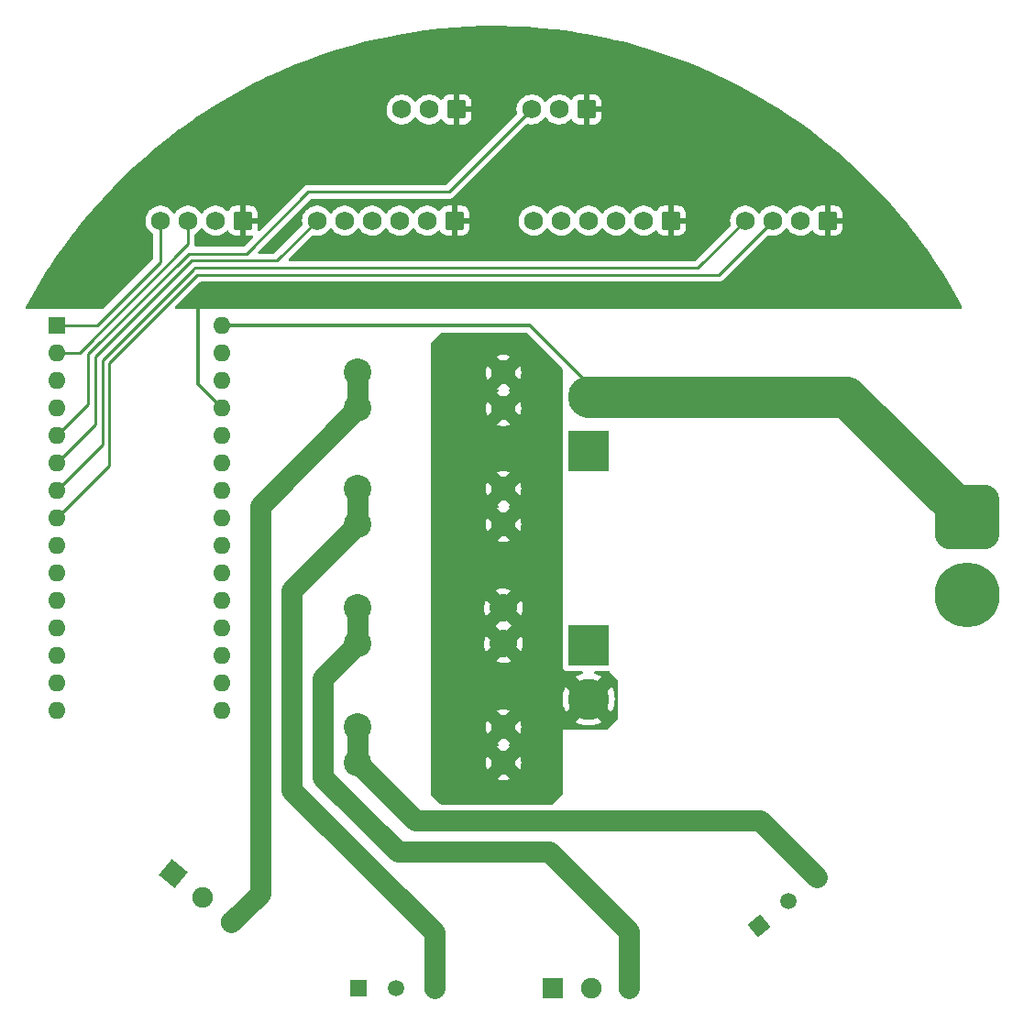
<source format=gtl>
G04 #@! TF.GenerationSoftware,KiCad,Pcbnew,(6.0.10)*
G04 #@! TF.CreationDate,2023-02-04T10:39:24-08:00*
G04 #@! TF.ProjectId,unified_elec_steering,756e6966-6965-4645-9f65-6c65635f7374,rev?*
G04 #@! TF.SameCoordinates,Original*
G04 #@! TF.FileFunction,Copper,L1,Top*
G04 #@! TF.FilePolarity,Positive*
%FSLAX46Y46*%
G04 Gerber Fmt 4.6, Leading zero omitted, Abs format (unit mm)*
G04 Created by KiCad (PCBNEW (6.0.10)) date 2023-02-04 10:39:24*
%MOMM*%
%LPD*%
G01*
G04 APERTURE LIST*
G04 Aperture macros list*
%AMRoundRect*
0 Rectangle with rounded corners*
0 $1 Rounding radius*
0 $2 $3 $4 $5 $6 $7 $8 $9 X,Y pos of 4 corners*
0 Add a 4 corners polygon primitive as box body*
4,1,4,$2,$3,$4,$5,$6,$7,$8,$9,$2,$3,0*
0 Add four circle primitives for the rounded corners*
1,1,$1+$1,$2,$3*
1,1,$1+$1,$4,$5*
1,1,$1+$1,$6,$7*
1,1,$1+$1,$8,$9*
0 Add four rect primitives between the rounded corners*
20,1,$1+$1,$2,$3,$4,$5,0*
20,1,$1+$1,$4,$5,$6,$7,0*
20,1,$1+$1,$6,$7,$8,$9,0*
20,1,$1+$1,$8,$9,$2,$3,0*%
%AMRotRect*
0 Rectangle, with rotation*
0 The origin of the aperture is its center*
0 $1 length*
0 $2 width*
0 $3 Rotation angle, in degrees counterclockwise*
0 Add horizontal line*
21,1,$1,$2,0,0,$3*%
G04 Aperture macros list end*
G04 #@! TA.AperFunction,ComponentPad*
%ADD10RoundRect,0.250000X0.620000X0.620000X-0.620000X0.620000X-0.620000X-0.620000X0.620000X-0.620000X0*%
G04 #@! TD*
G04 #@! TA.AperFunction,ComponentPad*
%ADD11C,1.740000*%
G04 #@! TD*
G04 #@! TA.AperFunction,ComponentPad*
%ADD12C,2.540000*%
G04 #@! TD*
G04 #@! TA.AperFunction,ComponentPad*
%ADD13C,2.235200*%
G04 #@! TD*
G04 #@! TA.AperFunction,ComponentPad*
%ADD14R,1.520000X1.520000*%
G04 #@! TD*
G04 #@! TA.AperFunction,ComponentPad*
%ADD15C,1.520000*%
G04 #@! TD*
G04 #@! TA.AperFunction,ComponentPad*
%ADD16C,1.905000*%
G04 #@! TD*
G04 #@! TA.AperFunction,ComponentPad*
%ADD17R,1.905000X1.905000*%
G04 #@! TD*
G04 #@! TA.AperFunction,ComponentPad*
%ADD18RotRect,1.905000X1.905000X320.000000*%
G04 #@! TD*
G04 #@! TA.AperFunction,ComponentPad*
%ADD19RotRect,1.520000X1.520000X40.000000*%
G04 #@! TD*
G04 #@! TA.AperFunction,ComponentPad*
%ADD20C,3.810000*%
G04 #@! TD*
G04 #@! TA.AperFunction,ComponentPad*
%ADD21R,3.810000X3.810000*%
G04 #@! TD*
G04 #@! TA.AperFunction,ComponentPad*
%ADD22R,1.600000X1.600000*%
G04 #@! TD*
G04 #@! TA.AperFunction,ComponentPad*
%ADD23O,1.600000X1.600000*%
G04 #@! TD*
G04 #@! TA.AperFunction,ComponentPad*
%ADD24RoundRect,1.500000X-1.500000X1.500000X-1.500000X-1.500000X1.500000X-1.500000X1.500000X1.500000X0*%
G04 #@! TD*
G04 #@! TA.AperFunction,ComponentPad*
%ADD25C,6.000000*%
G04 #@! TD*
G04 #@! TA.AperFunction,Conductor*
%ADD26C,0.350000*%
G04 #@! TD*
G04 #@! TA.AperFunction,Conductor*
%ADD27C,3.810000*%
G04 #@! TD*
G04 #@! TA.AperFunction,Conductor*
%ADD28C,0.254000*%
G04 #@! TD*
G04 #@! TA.AperFunction,Conductor*
%ADD29C,1.905000*%
G04 #@! TD*
G04 APERTURE END LIST*
D10*
X30810000Y31000000D03*
D11*
X28270000Y31000000D03*
X25730000Y31000000D03*
X23190000Y31000000D03*
D12*
X-12573000Y-15754000D03*
X-12573000Y-19056000D03*
D13*
X889000Y-15754000D03*
X889000Y-19056000D03*
D14*
X-12534993Y-39901813D03*
D15*
X-9034993Y-39901813D03*
D16*
X-5534993Y-39901813D03*
D10*
X16350000Y31000000D03*
D11*
X13810000Y31000000D03*
X11270000Y31000000D03*
X8730000Y31000000D03*
X6190000Y31000000D03*
X3650000Y31000000D03*
D12*
X-12573000Y-8056000D03*
X-12573000Y-4754000D03*
X889000Y-4754000D03*
X889000Y-8056000D03*
D17*
X5465007Y-39901813D03*
D16*
X8965007Y-39901813D03*
X12465007Y-39901813D03*
D10*
X-23190000Y31000000D03*
D11*
X-25730000Y31000000D03*
X-28270000Y31000000D03*
X-30810000Y31000000D03*
D18*
X-29616058Y-29287531D03*
D16*
X-26934902Y-31537288D03*
X-24253747Y-33787044D03*
D12*
X-12573000Y2944000D03*
X-12573000Y6246000D03*
D13*
X889000Y6246000D03*
X889000Y2944000D03*
D10*
X8540000Y41275000D03*
D11*
X6000000Y41275000D03*
X3460000Y41275000D03*
D12*
X-12573000Y16969000D03*
X-12573000Y13667000D03*
D13*
X889000Y13667000D03*
X889000Y16969000D03*
D19*
X24474832Y-34126705D03*
D15*
X27155988Y-31876948D03*
D16*
X29837143Y-29627192D03*
D20*
X8738000Y14742000D03*
D21*
X8738000Y9742000D03*
X8738000Y-8198000D03*
D20*
X8738000Y-13198000D03*
D22*
X-40376000Y21336000D03*
D23*
X-40376000Y18796000D03*
X-40376000Y16256000D03*
X-40376000Y13716000D03*
X-40376000Y11176000D03*
X-40376000Y8636000D03*
X-40376000Y6096000D03*
X-40376000Y3556000D03*
X-40376000Y1016000D03*
X-40376000Y-1524000D03*
X-40376000Y-4064000D03*
X-40376000Y-6604000D03*
X-40376000Y-9144000D03*
X-40376000Y-11684000D03*
X-40376000Y-14224000D03*
X-25136000Y-14224000D03*
X-25136000Y-11684000D03*
X-25136000Y-9144000D03*
X-25136000Y-6604000D03*
X-25136000Y-4064000D03*
X-25136000Y-1524000D03*
X-25136000Y1016000D03*
X-25136000Y3556000D03*
X-25136000Y6096000D03*
X-25136000Y8636000D03*
X-25136000Y11176000D03*
X-25136000Y13716000D03*
X-25136000Y16256000D03*
X-25136000Y18796000D03*
X-25136000Y21336000D03*
D24*
X43688000Y3600000D03*
D25*
X43688000Y-3600000D03*
D10*
X-3650000Y31000000D03*
D11*
X-6190000Y31000000D03*
X-8730000Y31000000D03*
X-11270000Y31000000D03*
X-13810000Y31000000D03*
X-16350000Y31000000D03*
D10*
X-3460000Y41275000D03*
D11*
X-6000000Y41275000D03*
X-8540000Y41275000D03*
D26*
X3302000Y21336000D02*
X8738000Y15900000D01*
D27*
X43688000Y3600000D02*
X32546000Y14742000D01*
D26*
X-25136000Y21336000D02*
X3302000Y21336000D01*
X8738000Y15900000D02*
X8738000Y14742000D01*
D27*
X32546000Y14742000D02*
X8738000Y14742000D01*
D26*
X-27305000Y15885000D02*
X-27305000Y23495000D01*
X-25136000Y13716000D02*
X-27305000Y15885000D01*
D28*
X-40376000Y21336000D02*
X-36683688Y21336000D01*
X-30810000Y27209688D02*
X-30810000Y31000000D01*
X-36683688Y21336000D02*
X-30810000Y27209688D01*
X-28270000Y31000000D02*
X-28270000Y28824792D01*
X-28270000Y28824792D02*
X-38298792Y18796000D01*
X-38298792Y18796000D02*
X-40376000Y18796000D01*
X-36176000Y18144104D02*
X-36176000Y17780000D01*
X-27669104Y26651000D02*
X-27795052Y26525052D01*
X-36176000Y17780000D02*
X-36176000Y10814000D01*
X23190000Y31000000D02*
X18841000Y26651000D01*
X-20320000Y26651000D02*
X-27669104Y26651000D01*
X-40376000Y6096000D02*
X-36176000Y10296000D01*
X18841000Y26651000D02*
X-20320000Y26651000D01*
X-31605052Y22715052D02*
X-36176000Y18144104D01*
X-36176000Y10296000D02*
X-36176000Y10814000D01*
X-27795052Y26525052D02*
X-31605052Y22715052D01*
X-27398208Y25997000D02*
X-35522000Y17873208D01*
X20727000Y25997000D02*
X-27398208Y25997000D01*
X25730000Y31000000D02*
X20727000Y25997000D01*
X-35522000Y8410000D02*
X-40376000Y3556000D01*
X-35522000Y17873208D02*
X-35522000Y8410000D01*
D29*
X-21605500Y4634500D02*
X-21605500Y-31045869D01*
X-21605500Y-31045869D02*
X-21605500Y-31138797D01*
X-21605500Y-31138797D02*
X-24253747Y-33787044D01*
X-12573000Y13667000D02*
X-21605500Y4634500D01*
X-21605500Y-31045869D02*
X-21590000Y-31061369D01*
X-12573000Y16969000D02*
X-12573000Y13667000D01*
X-12573000Y-15754000D02*
X-12573000Y-19056000D01*
X24596743Y-24384000D02*
X24596743Y-24386792D01*
X-7245000Y-24384000D02*
X24596743Y-24384000D01*
X-12573000Y-19056000D02*
X-7245000Y-24384000D01*
X24596743Y-24386792D02*
X29837143Y-29627192D01*
X12465007Y-39901813D02*
X12465007Y-34674007D01*
X5080000Y-27289000D02*
X-8897304Y-27289000D01*
X-12573000Y-4754000D02*
X-12573000Y-8056000D01*
X-8897304Y-27289000D02*
X-15795500Y-20390804D01*
X-15795500Y-11278500D02*
X-12573000Y-8056000D01*
X-15795500Y-20390804D02*
X-15795500Y-11278500D01*
X12465007Y-34674007D02*
X5080000Y-27289000D01*
X-12573000Y6246000D02*
X-12573000Y2944000D01*
X-5534993Y-34759601D02*
X-5534993Y-39901813D01*
X-12573000Y2944000D02*
X-18700500Y-3183500D01*
X-18700500Y-3183500D02*
X-18700500Y-21594094D01*
X-18700500Y-21594094D02*
X-5534993Y-34759601D01*
D28*
X-20045000Y27305000D02*
X-27940000Y27305000D01*
X-36830000Y12182000D02*
X-36830000Y12700000D01*
X-36830000Y18415000D02*
X-36830000Y12700000D01*
X-16350000Y31000000D02*
X-20045000Y27305000D01*
X-40376000Y8636000D02*
X-36830000Y12182000D01*
X-27940000Y27305000D02*
X-36830000Y18415000D01*
X-4160000Y33655000D02*
X-17164000Y33655000D01*
X-37484000Y14068000D02*
X-40376000Y11176000D01*
X-37484000Y18685896D02*
X-37484000Y14068000D01*
X-17164000Y33655000D02*
X-22860000Y27959000D01*
X-22860000Y27959000D02*
X-28210896Y27959000D01*
X3460000Y41275000D02*
X-4160000Y33655000D01*
X-28210896Y27959000D02*
X-37484000Y18685896D01*
G04 #@! TA.AperFunction,Conductor*
G36*
X343784Y48990269D02*
G01*
X745816Y48981848D01*
X1707992Y48961693D01*
X1711508Y48961571D01*
X2787898Y48908927D01*
X3074454Y48894911D01*
X3077954Y48894691D01*
X4438494Y48790004D01*
X4441955Y48789689D01*
X5658616Y48661813D01*
X5799056Y48647052D01*
X5802551Y48646635D01*
X7155094Y48466167D01*
X7158551Y48465657D01*
X7832056Y48356573D01*
X8505549Y48247490D01*
X8509014Y48246879D01*
X9849361Y47991194D01*
X9852808Y47990487D01*
X10622042Y47821360D01*
X11185579Y47697459D01*
X11188959Y47696665D01*
X11830761Y47536646D01*
X12512969Y47366552D01*
X12516371Y47365653D01*
X13830626Y46998707D01*
X13834001Y46997714D01*
X15137520Y46594207D01*
X15140859Y46593122D01*
X16432624Y46153370D01*
X16435885Y46152209D01*
X17152365Y45885753D01*
X17714905Y45676546D01*
X17718185Y45675273D01*
X18983319Y45164126D01*
X18986563Y45162763D01*
X20237047Y44616440D01*
X20240180Y44615018D01*
X21474875Y44034015D01*
X21477985Y44032499D01*
X22528650Y43501770D01*
X22695996Y43417237D01*
X22699114Y43415607D01*
X23899462Y42766581D01*
X23902503Y42764880D01*
X24850551Y42217525D01*
X25084212Y42082621D01*
X25087224Y42080826D01*
X25312728Y41942095D01*
X26249473Y41365805D01*
X26252444Y41363919D01*
X27394213Y40616766D01*
X27397130Y40614799D01*
X27793343Y40339424D01*
X28517651Y39836017D01*
X28520462Y39834005D01*
X29093965Y39411182D01*
X29618829Y39024219D01*
X29621631Y39022091D01*
X30154423Y38605829D01*
X30696861Y38182030D01*
X30699603Y38179826D01*
X31751013Y37310023D01*
X31753693Y37307742D01*
X32780377Y36408949D01*
X32782981Y36406605D01*
X33784197Y35479469D01*
X33786745Y35477043D01*
X34761689Y34522307D01*
X34764168Y34519810D01*
X35712058Y33538242D01*
X35714464Y33535680D01*
X36138619Y33071170D01*
X36634562Y32528042D01*
X36636898Y32525411D01*
X37528505Y31492474D01*
X37530767Y31489779D01*
X38168624Y30707690D01*
X38393223Y30432304D01*
X38395397Y30429560D01*
X39190421Y29397202D01*
X39227947Y29348473D01*
X39230045Y29345670D01*
X39428809Y29072094D01*
X40032121Y28241705D01*
X40034149Y28238830D01*
X40805073Y27112925D01*
X40807020Y27109994D01*
X41546188Y25963029D01*
X41548053Y25960045D01*
X42254927Y24792857D01*
X42256707Y24789823D01*
X42930717Y23603353D01*
X42932401Y23600288D01*
X43215152Y23068512D01*
X43227572Y23045153D01*
X43241892Y22975616D01*
X43216344Y22909375D01*
X43159040Y22867463D01*
X43116321Y22860000D01*
X-29332285Y22860000D01*
X-29400406Y22880002D01*
X-29446899Y22933658D01*
X-29457003Y23003932D01*
X-29427509Y23068512D01*
X-29421380Y23075095D01*
X-27171880Y25324595D01*
X-27109568Y25358621D01*
X-27082785Y25361500D01*
X20647980Y25361500D01*
X20659214Y25360970D01*
X20666719Y25359292D01*
X20735012Y25361438D01*
X20738969Y25361500D01*
X20766983Y25361500D01*
X20770908Y25361996D01*
X20770909Y25361996D01*
X20771004Y25362008D01*
X20782849Y25362941D01*
X20812670Y25363878D01*
X20819282Y25364086D01*
X20819283Y25364086D01*
X20827205Y25364335D01*
X20846749Y25370013D01*
X20866112Y25374023D01*
X20878440Y25375580D01*
X20878442Y25375580D01*
X20886299Y25376573D01*
X20893663Y25379489D01*
X20893668Y25379490D01*
X20927556Y25392907D01*
X20938785Y25396752D01*
X20955465Y25401598D01*
X20981393Y25409131D01*
X20988220Y25413169D01*
X20988223Y25413170D01*
X20998906Y25419488D01*
X21016664Y25428188D01*
X21028215Y25432761D01*
X21028221Y25432765D01*
X21035588Y25435681D01*
X21071491Y25461766D01*
X21081410Y25468281D01*
X21112768Y25486826D01*
X21112772Y25486829D01*
X21119598Y25490866D01*
X21133982Y25505250D01*
X21149016Y25518091D01*
X21159073Y25525398D01*
X21165487Y25530058D01*
X21193778Y25564256D01*
X21201767Y25573035D01*
X25259940Y29631208D01*
X25322252Y29665234D01*
X25374154Y29665583D01*
X25566221Y29626506D01*
X25571394Y29626316D01*
X25571397Y29626316D01*
X25787583Y29618389D01*
X25787587Y29618389D01*
X25792747Y29618200D01*
X25797867Y29618856D01*
X25797869Y29618856D01*
X25877951Y29629115D01*
X26017588Y29647003D01*
X26022537Y29648488D01*
X26022543Y29648489D01*
X26229756Y29710656D01*
X26229755Y29710656D01*
X26234706Y29712141D01*
X26438270Y29811866D01*
X26442475Y29814866D01*
X26442481Y29814869D01*
X26618609Y29940500D01*
X26618611Y29940502D01*
X26622813Y29943499D01*
X26783378Y30103505D01*
X26898945Y30264334D01*
X26954940Y30307982D01*
X27025643Y30314428D01*
X27088608Y30281625D01*
X27108700Y30256643D01*
X27151090Y30187470D01*
X27151093Y30187465D01*
X27153793Y30183060D01*
X27157174Y30179157D01*
X27298824Y30015631D01*
X27298828Y30015627D01*
X27302209Y30011724D01*
X27476615Y29866929D01*
X27481082Y29864319D01*
X27667867Y29755171D01*
X27667870Y29755169D01*
X27672329Y29752564D01*
X27884093Y29671699D01*
X27889161Y29670668D01*
X27889164Y29670667D01*
X27998172Y29648489D01*
X28106221Y29626506D01*
X28111394Y29626316D01*
X28111397Y29626316D01*
X28327583Y29618389D01*
X28327587Y29618389D01*
X28332747Y29618200D01*
X28337867Y29618856D01*
X28337869Y29618856D01*
X28417951Y29629115D01*
X28557588Y29647003D01*
X28562537Y29648488D01*
X28562543Y29648489D01*
X28769756Y29710656D01*
X28769755Y29710656D01*
X28774706Y29712141D01*
X28978270Y29811866D01*
X28982475Y29814866D01*
X28982481Y29814869D01*
X29158609Y29940500D01*
X29158611Y29940502D01*
X29162813Y29943499D01*
X29301607Y30081810D01*
X29363978Y30115726D01*
X29434785Y30110538D01*
X29491547Y30067892D01*
X29498614Y30056087D01*
X29498906Y30056268D01*
X29588063Y29912193D01*
X29597099Y29900792D01*
X29711829Y29786261D01*
X29723240Y29777249D01*
X29861243Y29692184D01*
X29874424Y29686037D01*
X30028710Y29634862D01*
X30042086Y29631995D01*
X30136438Y29622328D01*
X30142854Y29622000D01*
X30537885Y29622000D01*
X30553124Y29626475D01*
X30554329Y29627865D01*
X30556000Y29635548D01*
X30556000Y29640116D01*
X31064000Y29640116D01*
X31068475Y29624877D01*
X31069865Y29623672D01*
X31077548Y29622001D01*
X31477095Y29622001D01*
X31483614Y29622338D01*
X31579206Y29632257D01*
X31592600Y29635149D01*
X31746784Y29686588D01*
X31759962Y29692761D01*
X31897807Y29778063D01*
X31909208Y29787099D01*
X32023739Y29901829D01*
X32032751Y29913240D01*
X32117816Y30051243D01*
X32123963Y30064424D01*
X32175138Y30218710D01*
X32178005Y30232086D01*
X32187672Y30326438D01*
X32188000Y30332855D01*
X32188000Y30727885D01*
X32183525Y30743124D01*
X32182135Y30744329D01*
X32174452Y30746000D01*
X31082115Y30746000D01*
X31066876Y30741525D01*
X31065671Y30740135D01*
X31064000Y30732452D01*
X31064000Y29640116D01*
X30556000Y29640116D01*
X30556000Y31272115D01*
X31064000Y31272115D01*
X31068475Y31256876D01*
X31069865Y31255671D01*
X31077548Y31254000D01*
X32169884Y31254000D01*
X32185123Y31258475D01*
X32186328Y31259865D01*
X32187999Y31267548D01*
X32187999Y31667095D01*
X32187662Y31673614D01*
X32177743Y31769206D01*
X32174851Y31782600D01*
X32123412Y31936784D01*
X32117239Y31949962D01*
X32031937Y32087807D01*
X32022901Y32099208D01*
X31908171Y32213739D01*
X31896760Y32222751D01*
X31758757Y32307816D01*
X31745576Y32313963D01*
X31591290Y32365138D01*
X31577914Y32368005D01*
X31483562Y32377672D01*
X31477145Y32378000D01*
X31082115Y32378000D01*
X31066876Y32373525D01*
X31065671Y32372135D01*
X31064000Y32364452D01*
X31064000Y31272115D01*
X30556000Y31272115D01*
X30556000Y32359884D01*
X30551525Y32375123D01*
X30550135Y32376328D01*
X30542452Y32377999D01*
X30142905Y32377999D01*
X30136386Y32377662D01*
X30040794Y32367743D01*
X30027400Y32364851D01*
X29873216Y32313412D01*
X29860038Y32307239D01*
X29722193Y32221937D01*
X29710792Y32212901D01*
X29596261Y32098171D01*
X29587249Y32086760D01*
X29498342Y31942525D01*
X29496401Y31943721D01*
X29456784Y31898725D01*
X29388507Y31879263D01*
X29320547Y31899804D01*
X29296311Y31920460D01*
X29216837Y32007802D01*
X29216828Y32007811D01*
X29213356Y32011626D01*
X29209305Y32014825D01*
X29209301Y32014829D01*
X29039519Y32148915D01*
X29039515Y32148917D01*
X29035464Y32152117D01*
X28837015Y32261666D01*
X28832146Y32263390D01*
X28832142Y32263392D01*
X28628214Y32335607D01*
X28628210Y32335608D01*
X28623339Y32337333D01*
X28618246Y32338240D01*
X28618243Y32338241D01*
X28545832Y32351139D01*
X28400173Y32377085D01*
X28314179Y32378136D01*
X28178681Y32379792D01*
X28178679Y32379792D01*
X28173511Y32379855D01*
X27949441Y32345567D01*
X27733979Y32275143D01*
X27729391Y32272755D01*
X27729387Y32272753D01*
X27537502Y32172864D01*
X27532913Y32170475D01*
X27528780Y32167372D01*
X27528777Y32167370D01*
X27421415Y32086760D01*
X27351641Y32034372D01*
X27195033Y31870491D01*
X27192119Y31866219D01*
X27192118Y31866218D01*
X27103645Y31736521D01*
X27048734Y31691518D01*
X26978209Y31683347D01*
X26914462Y31714601D01*
X26893767Y31739082D01*
X26825914Y31843967D01*
X26673356Y32011626D01*
X26669305Y32014825D01*
X26669301Y32014829D01*
X26499519Y32148915D01*
X26499515Y32148917D01*
X26495464Y32152117D01*
X26297015Y32261666D01*
X26292146Y32263390D01*
X26292142Y32263392D01*
X26088214Y32335607D01*
X26088210Y32335608D01*
X26083339Y32337333D01*
X26078246Y32338240D01*
X26078243Y32338241D01*
X26005832Y32351139D01*
X25860173Y32377085D01*
X25774179Y32378136D01*
X25638681Y32379792D01*
X25638679Y32379792D01*
X25633511Y32379855D01*
X25409441Y32345567D01*
X25193979Y32275143D01*
X25189391Y32272755D01*
X25189387Y32272753D01*
X24997502Y32172864D01*
X24992913Y32170475D01*
X24988780Y32167372D01*
X24988777Y32167370D01*
X24881415Y32086760D01*
X24811641Y32034372D01*
X24655033Y31870491D01*
X24652119Y31866219D01*
X24652118Y31866218D01*
X24563645Y31736521D01*
X24508734Y31691518D01*
X24438209Y31683347D01*
X24374462Y31714601D01*
X24353767Y31739082D01*
X24285914Y31843967D01*
X24133356Y32011626D01*
X24129305Y32014825D01*
X24129301Y32014829D01*
X23959519Y32148915D01*
X23959515Y32148917D01*
X23955464Y32152117D01*
X23757015Y32261666D01*
X23752146Y32263390D01*
X23752142Y32263392D01*
X23548214Y32335607D01*
X23548210Y32335608D01*
X23543339Y32337333D01*
X23538246Y32338240D01*
X23538243Y32338241D01*
X23465832Y32351139D01*
X23320173Y32377085D01*
X23234179Y32378136D01*
X23098681Y32379792D01*
X23098679Y32379792D01*
X23093511Y32379855D01*
X22869441Y32345567D01*
X22653979Y32275143D01*
X22649391Y32272755D01*
X22649387Y32272753D01*
X22457502Y32172864D01*
X22452913Y32170475D01*
X22448780Y32167372D01*
X22448777Y32167370D01*
X22341415Y32086760D01*
X22271641Y32034372D01*
X22115033Y31870491D01*
X22112119Y31866219D01*
X22112118Y31866218D01*
X22093979Y31839627D01*
X21987294Y31683232D01*
X21973560Y31653644D01*
X21897496Y31489779D01*
X21891854Y31477625D01*
X21831277Y31259190D01*
X21807189Y31033795D01*
X21807486Y31028642D01*
X21807486Y31028639D01*
X21811132Y30965406D01*
X21820237Y30807492D01*
X21821374Y30802446D01*
X21821375Y30802440D01*
X21856201Y30647907D01*
X21851665Y30577055D01*
X21822379Y30531111D01*
X18614672Y27323405D01*
X18552360Y27289379D01*
X18525577Y27286500D01*
X-18860578Y27286500D01*
X-18928699Y27306502D01*
X-18975192Y27360158D01*
X-18985296Y27430432D01*
X-18955802Y27495012D01*
X-18949673Y27501595D01*
X-16820060Y29631207D01*
X-16757748Y29665233D01*
X-16705846Y29665583D01*
X-16513779Y29626506D01*
X-16508606Y29626316D01*
X-16508603Y29626316D01*
X-16292417Y29618389D01*
X-16292413Y29618389D01*
X-16287253Y29618200D01*
X-16282133Y29618856D01*
X-16282131Y29618856D01*
X-16202049Y29629115D01*
X-16062412Y29647003D01*
X-16057463Y29648488D01*
X-16057457Y29648489D01*
X-15850244Y29710656D01*
X-15850245Y29710656D01*
X-15845294Y29712141D01*
X-15641730Y29811866D01*
X-15637525Y29814866D01*
X-15637519Y29814869D01*
X-15461391Y29940500D01*
X-15461389Y29940502D01*
X-15457187Y29943499D01*
X-15296622Y30103505D01*
X-15181055Y30264334D01*
X-15125060Y30307982D01*
X-15054357Y30314428D01*
X-14991392Y30281625D01*
X-14971300Y30256643D01*
X-14928910Y30187470D01*
X-14928907Y30187465D01*
X-14926207Y30183060D01*
X-14922826Y30179157D01*
X-14781176Y30015631D01*
X-14781172Y30015627D01*
X-14777791Y30011724D01*
X-14603385Y29866929D01*
X-14598918Y29864319D01*
X-14412133Y29755171D01*
X-14412130Y29755169D01*
X-14407671Y29752564D01*
X-14195907Y29671699D01*
X-14190839Y29670668D01*
X-14190836Y29670667D01*
X-14081828Y29648489D01*
X-13973779Y29626506D01*
X-13968606Y29626316D01*
X-13968603Y29626316D01*
X-13752417Y29618389D01*
X-13752413Y29618389D01*
X-13747253Y29618200D01*
X-13742133Y29618856D01*
X-13742131Y29618856D01*
X-13662049Y29629115D01*
X-13522412Y29647003D01*
X-13517463Y29648488D01*
X-13517457Y29648489D01*
X-13310244Y29710656D01*
X-13310245Y29710656D01*
X-13305294Y29712141D01*
X-13101730Y29811866D01*
X-13097525Y29814866D01*
X-13097519Y29814869D01*
X-12921391Y29940500D01*
X-12921389Y29940502D01*
X-12917187Y29943499D01*
X-12756622Y30103505D01*
X-12641055Y30264334D01*
X-12585060Y30307982D01*
X-12514357Y30314428D01*
X-12451392Y30281625D01*
X-12431300Y30256643D01*
X-12388910Y30187470D01*
X-12388907Y30187465D01*
X-12386207Y30183060D01*
X-12382826Y30179157D01*
X-12241176Y30015631D01*
X-12241172Y30015627D01*
X-12237791Y30011724D01*
X-12063385Y29866929D01*
X-12058918Y29864319D01*
X-11872133Y29755171D01*
X-11872130Y29755169D01*
X-11867671Y29752564D01*
X-11655907Y29671699D01*
X-11650839Y29670668D01*
X-11650836Y29670667D01*
X-11541828Y29648489D01*
X-11433779Y29626506D01*
X-11428606Y29626316D01*
X-11428603Y29626316D01*
X-11212417Y29618389D01*
X-11212413Y29618389D01*
X-11207253Y29618200D01*
X-11202133Y29618856D01*
X-11202131Y29618856D01*
X-11122049Y29629115D01*
X-10982412Y29647003D01*
X-10977463Y29648488D01*
X-10977457Y29648489D01*
X-10770244Y29710656D01*
X-10770245Y29710656D01*
X-10765294Y29712141D01*
X-10561730Y29811866D01*
X-10557525Y29814866D01*
X-10557519Y29814869D01*
X-10381391Y29940500D01*
X-10381389Y29940502D01*
X-10377187Y29943499D01*
X-10216622Y30103505D01*
X-10101055Y30264334D01*
X-10045060Y30307982D01*
X-9974357Y30314428D01*
X-9911392Y30281625D01*
X-9891300Y30256643D01*
X-9848910Y30187470D01*
X-9848907Y30187465D01*
X-9846207Y30183060D01*
X-9842826Y30179157D01*
X-9701176Y30015631D01*
X-9701172Y30015627D01*
X-9697791Y30011724D01*
X-9523385Y29866929D01*
X-9518918Y29864319D01*
X-9332133Y29755171D01*
X-9332130Y29755169D01*
X-9327671Y29752564D01*
X-9115907Y29671699D01*
X-9110839Y29670668D01*
X-9110836Y29670667D01*
X-9001828Y29648489D01*
X-8893779Y29626506D01*
X-8888606Y29626316D01*
X-8888603Y29626316D01*
X-8672417Y29618389D01*
X-8672413Y29618389D01*
X-8667253Y29618200D01*
X-8662133Y29618856D01*
X-8662131Y29618856D01*
X-8582049Y29629115D01*
X-8442412Y29647003D01*
X-8437463Y29648488D01*
X-8437457Y29648489D01*
X-8230244Y29710656D01*
X-8230245Y29710656D01*
X-8225294Y29712141D01*
X-8021730Y29811866D01*
X-8017525Y29814866D01*
X-8017519Y29814869D01*
X-7841391Y29940500D01*
X-7841389Y29940502D01*
X-7837187Y29943499D01*
X-7676622Y30103505D01*
X-7561055Y30264334D01*
X-7505060Y30307982D01*
X-7434357Y30314428D01*
X-7371392Y30281625D01*
X-7351300Y30256643D01*
X-7308910Y30187470D01*
X-7308907Y30187465D01*
X-7306207Y30183060D01*
X-7302826Y30179157D01*
X-7161176Y30015631D01*
X-7161172Y30015627D01*
X-7157791Y30011724D01*
X-6983385Y29866929D01*
X-6978918Y29864319D01*
X-6792133Y29755171D01*
X-6792130Y29755169D01*
X-6787671Y29752564D01*
X-6575907Y29671699D01*
X-6570839Y29670668D01*
X-6570836Y29670667D01*
X-6461828Y29648489D01*
X-6353779Y29626506D01*
X-6348606Y29626316D01*
X-6348603Y29626316D01*
X-6132417Y29618389D01*
X-6132413Y29618389D01*
X-6127253Y29618200D01*
X-6122133Y29618856D01*
X-6122131Y29618856D01*
X-6042049Y29629115D01*
X-5902412Y29647003D01*
X-5897463Y29648488D01*
X-5897457Y29648489D01*
X-5690244Y29710656D01*
X-5690245Y29710656D01*
X-5685294Y29712141D01*
X-5481730Y29811866D01*
X-5477525Y29814866D01*
X-5477519Y29814869D01*
X-5301391Y29940500D01*
X-5301389Y29940502D01*
X-5297187Y29943499D01*
X-5158393Y30081810D01*
X-5096022Y30115726D01*
X-5025215Y30110538D01*
X-4968453Y30067892D01*
X-4961386Y30056087D01*
X-4961094Y30056268D01*
X-4871937Y29912193D01*
X-4862901Y29900792D01*
X-4748171Y29786261D01*
X-4736760Y29777249D01*
X-4598757Y29692184D01*
X-4585576Y29686037D01*
X-4431290Y29634862D01*
X-4417914Y29631995D01*
X-4323562Y29622328D01*
X-4317146Y29622000D01*
X-3922115Y29622000D01*
X-3906876Y29626475D01*
X-3905671Y29627865D01*
X-3904000Y29635548D01*
X-3904000Y29640116D01*
X-3396000Y29640116D01*
X-3391525Y29624877D01*
X-3390135Y29623672D01*
X-3382452Y29622001D01*
X-2982905Y29622001D01*
X-2976386Y29622338D01*
X-2880794Y29632257D01*
X-2867400Y29635149D01*
X-2713216Y29686588D01*
X-2700038Y29692761D01*
X-2562193Y29778063D01*
X-2550792Y29787099D01*
X-2436261Y29901829D01*
X-2427249Y29913240D01*
X-2342184Y30051243D01*
X-2336037Y30064424D01*
X-2284862Y30218710D01*
X-2281995Y30232086D01*
X-2272328Y30326438D01*
X-2272000Y30332854D01*
X-2272000Y30727885D01*
X-2276475Y30743124D01*
X-2277865Y30744329D01*
X-2285548Y30746000D01*
X-3377885Y30746000D01*
X-3393124Y30741525D01*
X-3394329Y30740135D01*
X-3396000Y30732452D01*
X-3396000Y29640116D01*
X-3904000Y29640116D01*
X-3904000Y31033795D01*
X2267189Y31033795D01*
X2267486Y31028642D01*
X2267486Y31028639D01*
X2271132Y30965406D01*
X2280237Y30807492D01*
X2281374Y30802446D01*
X2281375Y30802440D01*
X2295417Y30740135D01*
X2330072Y30586360D01*
X2415354Y30376335D01*
X2418053Y30371931D01*
X2531091Y30187470D01*
X2533793Y30183060D01*
X2537174Y30179157D01*
X2678824Y30015631D01*
X2678828Y30015627D01*
X2682209Y30011724D01*
X2856615Y29866929D01*
X2861082Y29864319D01*
X3047867Y29755171D01*
X3047870Y29755169D01*
X3052329Y29752564D01*
X3264093Y29671699D01*
X3269161Y29670668D01*
X3269164Y29670667D01*
X3378172Y29648489D01*
X3486221Y29626506D01*
X3491394Y29626316D01*
X3491397Y29626316D01*
X3707583Y29618389D01*
X3707587Y29618389D01*
X3712747Y29618200D01*
X3717867Y29618856D01*
X3717869Y29618856D01*
X3797951Y29629115D01*
X3937588Y29647003D01*
X3942537Y29648488D01*
X3942543Y29648489D01*
X4149756Y29710656D01*
X4149755Y29710656D01*
X4154706Y29712141D01*
X4358270Y29811866D01*
X4362475Y29814866D01*
X4362481Y29814869D01*
X4538609Y29940500D01*
X4538611Y29940502D01*
X4542813Y29943499D01*
X4703378Y30103505D01*
X4818945Y30264334D01*
X4874940Y30307982D01*
X4945643Y30314428D01*
X5008608Y30281625D01*
X5028700Y30256643D01*
X5071090Y30187470D01*
X5071093Y30187465D01*
X5073793Y30183060D01*
X5077174Y30179157D01*
X5218824Y30015631D01*
X5218828Y30015627D01*
X5222209Y30011724D01*
X5396615Y29866929D01*
X5401082Y29864319D01*
X5587867Y29755171D01*
X5587870Y29755169D01*
X5592329Y29752564D01*
X5804093Y29671699D01*
X5809161Y29670668D01*
X5809164Y29670667D01*
X5918172Y29648489D01*
X6026221Y29626506D01*
X6031394Y29626316D01*
X6031397Y29626316D01*
X6247583Y29618389D01*
X6247587Y29618389D01*
X6252747Y29618200D01*
X6257867Y29618856D01*
X6257869Y29618856D01*
X6337951Y29629115D01*
X6477588Y29647003D01*
X6482537Y29648488D01*
X6482543Y29648489D01*
X6689756Y29710656D01*
X6689755Y29710656D01*
X6694706Y29712141D01*
X6898270Y29811866D01*
X6902475Y29814866D01*
X6902481Y29814869D01*
X7078609Y29940500D01*
X7078611Y29940502D01*
X7082813Y29943499D01*
X7243378Y30103505D01*
X7358945Y30264334D01*
X7414940Y30307982D01*
X7485643Y30314428D01*
X7548608Y30281625D01*
X7568700Y30256643D01*
X7611090Y30187470D01*
X7611093Y30187465D01*
X7613793Y30183060D01*
X7617174Y30179157D01*
X7758824Y30015631D01*
X7758828Y30015627D01*
X7762209Y30011724D01*
X7936615Y29866929D01*
X7941082Y29864319D01*
X8127867Y29755171D01*
X8127870Y29755169D01*
X8132329Y29752564D01*
X8344093Y29671699D01*
X8349161Y29670668D01*
X8349164Y29670667D01*
X8458172Y29648489D01*
X8566221Y29626506D01*
X8571394Y29626316D01*
X8571397Y29626316D01*
X8787583Y29618389D01*
X8787587Y29618389D01*
X8792747Y29618200D01*
X8797867Y29618856D01*
X8797869Y29618856D01*
X8877951Y29629115D01*
X9017588Y29647003D01*
X9022537Y29648488D01*
X9022543Y29648489D01*
X9229756Y29710656D01*
X9229755Y29710656D01*
X9234706Y29712141D01*
X9438270Y29811866D01*
X9442475Y29814866D01*
X9442481Y29814869D01*
X9618609Y29940500D01*
X9618611Y29940502D01*
X9622813Y29943499D01*
X9783378Y30103505D01*
X9898945Y30264334D01*
X9954940Y30307982D01*
X10025643Y30314428D01*
X10088608Y30281625D01*
X10108700Y30256643D01*
X10151090Y30187470D01*
X10151093Y30187465D01*
X10153793Y30183060D01*
X10157174Y30179157D01*
X10298824Y30015631D01*
X10298828Y30015627D01*
X10302209Y30011724D01*
X10476615Y29866929D01*
X10481082Y29864319D01*
X10667867Y29755171D01*
X10667870Y29755169D01*
X10672329Y29752564D01*
X10884093Y29671699D01*
X10889161Y29670668D01*
X10889164Y29670667D01*
X10998172Y29648489D01*
X11106221Y29626506D01*
X11111394Y29626316D01*
X11111397Y29626316D01*
X11327583Y29618389D01*
X11327587Y29618389D01*
X11332747Y29618200D01*
X11337867Y29618856D01*
X11337869Y29618856D01*
X11417951Y29629115D01*
X11557588Y29647003D01*
X11562537Y29648488D01*
X11562543Y29648489D01*
X11769756Y29710656D01*
X11769755Y29710656D01*
X11774706Y29712141D01*
X11978270Y29811866D01*
X11982475Y29814866D01*
X11982481Y29814869D01*
X12158609Y29940500D01*
X12158611Y29940502D01*
X12162813Y29943499D01*
X12323378Y30103505D01*
X12438945Y30264334D01*
X12494940Y30307982D01*
X12565643Y30314428D01*
X12628608Y30281625D01*
X12648700Y30256643D01*
X12691090Y30187470D01*
X12691093Y30187465D01*
X12693793Y30183060D01*
X12697174Y30179157D01*
X12838824Y30015631D01*
X12838828Y30015627D01*
X12842209Y30011724D01*
X13016615Y29866929D01*
X13021082Y29864319D01*
X13207867Y29755171D01*
X13207870Y29755169D01*
X13212329Y29752564D01*
X13424093Y29671699D01*
X13429161Y29670668D01*
X13429164Y29670667D01*
X13538172Y29648489D01*
X13646221Y29626506D01*
X13651394Y29626316D01*
X13651397Y29626316D01*
X13867583Y29618389D01*
X13867587Y29618389D01*
X13872747Y29618200D01*
X13877867Y29618856D01*
X13877869Y29618856D01*
X13957951Y29629115D01*
X14097588Y29647003D01*
X14102537Y29648488D01*
X14102543Y29648489D01*
X14309756Y29710656D01*
X14309755Y29710656D01*
X14314706Y29712141D01*
X14518270Y29811866D01*
X14522475Y29814866D01*
X14522481Y29814869D01*
X14698609Y29940500D01*
X14698611Y29940502D01*
X14702813Y29943499D01*
X14841607Y30081810D01*
X14903978Y30115726D01*
X14974785Y30110538D01*
X15031547Y30067892D01*
X15038614Y30056087D01*
X15038906Y30056268D01*
X15128063Y29912193D01*
X15137099Y29900792D01*
X15251829Y29786261D01*
X15263240Y29777249D01*
X15401243Y29692184D01*
X15414424Y29686037D01*
X15568710Y29634862D01*
X15582086Y29631995D01*
X15676438Y29622328D01*
X15682854Y29622000D01*
X16077885Y29622000D01*
X16093124Y29626475D01*
X16094329Y29627865D01*
X16096000Y29635548D01*
X16096000Y29640116D01*
X16604000Y29640116D01*
X16608475Y29624877D01*
X16609865Y29623672D01*
X16617548Y29622001D01*
X17017095Y29622001D01*
X17023614Y29622338D01*
X17119206Y29632257D01*
X17132600Y29635149D01*
X17286784Y29686588D01*
X17299962Y29692761D01*
X17437807Y29778063D01*
X17449208Y29787099D01*
X17563739Y29901829D01*
X17572751Y29913240D01*
X17657816Y30051243D01*
X17663963Y30064424D01*
X17715138Y30218710D01*
X17718005Y30232086D01*
X17727672Y30326438D01*
X17728000Y30332855D01*
X17728000Y30727885D01*
X17723525Y30743124D01*
X17722135Y30744329D01*
X17714452Y30746000D01*
X16622115Y30746000D01*
X16606876Y30741525D01*
X16605671Y30740135D01*
X16604000Y30732452D01*
X16604000Y29640116D01*
X16096000Y29640116D01*
X16096000Y31272115D01*
X16604000Y31272115D01*
X16608475Y31256876D01*
X16609865Y31255671D01*
X16617548Y31254000D01*
X17709884Y31254000D01*
X17725123Y31258475D01*
X17726328Y31259865D01*
X17727999Y31267548D01*
X17727999Y31667095D01*
X17727662Y31673614D01*
X17717743Y31769206D01*
X17714851Y31782600D01*
X17663412Y31936784D01*
X17657239Y31949962D01*
X17571937Y32087807D01*
X17562901Y32099208D01*
X17448171Y32213739D01*
X17436760Y32222751D01*
X17298757Y32307816D01*
X17285576Y32313963D01*
X17131290Y32365138D01*
X17117914Y32368005D01*
X17023562Y32377672D01*
X17017145Y32378000D01*
X16622115Y32378000D01*
X16606876Y32373525D01*
X16605671Y32372135D01*
X16604000Y32364452D01*
X16604000Y31272115D01*
X16096000Y31272115D01*
X16096000Y32359884D01*
X16091525Y32375123D01*
X16090135Y32376328D01*
X16082452Y32377999D01*
X15682905Y32377999D01*
X15676386Y32377662D01*
X15580794Y32367743D01*
X15567400Y32364851D01*
X15413216Y32313412D01*
X15400038Y32307239D01*
X15262193Y32221937D01*
X15250792Y32212901D01*
X15136261Y32098171D01*
X15127249Y32086760D01*
X15038342Y31942525D01*
X15036401Y31943721D01*
X14996784Y31898725D01*
X14928507Y31879263D01*
X14860547Y31899804D01*
X14836311Y31920460D01*
X14756837Y32007802D01*
X14756828Y32007811D01*
X14753356Y32011626D01*
X14749305Y32014825D01*
X14749301Y32014829D01*
X14579519Y32148915D01*
X14579515Y32148917D01*
X14575464Y32152117D01*
X14377015Y32261666D01*
X14372146Y32263390D01*
X14372142Y32263392D01*
X14168214Y32335607D01*
X14168210Y32335608D01*
X14163339Y32337333D01*
X14158246Y32338240D01*
X14158243Y32338241D01*
X14085832Y32351139D01*
X13940173Y32377085D01*
X13854179Y32378136D01*
X13718681Y32379792D01*
X13718679Y32379792D01*
X13713511Y32379855D01*
X13489441Y32345567D01*
X13273979Y32275143D01*
X13269391Y32272755D01*
X13269387Y32272753D01*
X13077502Y32172864D01*
X13072913Y32170475D01*
X13068780Y32167372D01*
X13068777Y32167370D01*
X12961415Y32086760D01*
X12891641Y32034372D01*
X12735033Y31870491D01*
X12732119Y31866219D01*
X12732118Y31866218D01*
X12643645Y31736521D01*
X12588734Y31691518D01*
X12518209Y31683347D01*
X12454462Y31714601D01*
X12433767Y31739082D01*
X12365914Y31843967D01*
X12213356Y32011626D01*
X12209305Y32014825D01*
X12209301Y32014829D01*
X12039519Y32148915D01*
X12039515Y32148917D01*
X12035464Y32152117D01*
X11837015Y32261666D01*
X11832146Y32263390D01*
X11832142Y32263392D01*
X11628214Y32335607D01*
X11628210Y32335608D01*
X11623339Y32337333D01*
X11618246Y32338240D01*
X11618243Y32338241D01*
X11545832Y32351139D01*
X11400173Y32377085D01*
X11314179Y32378136D01*
X11178681Y32379792D01*
X11178679Y32379792D01*
X11173511Y32379855D01*
X10949441Y32345567D01*
X10733979Y32275143D01*
X10729391Y32272755D01*
X10729387Y32272753D01*
X10537502Y32172864D01*
X10532913Y32170475D01*
X10528780Y32167372D01*
X10528777Y32167370D01*
X10421415Y32086760D01*
X10351641Y32034372D01*
X10195033Y31870491D01*
X10192119Y31866219D01*
X10192118Y31866218D01*
X10103645Y31736521D01*
X10048734Y31691518D01*
X9978209Y31683347D01*
X9914462Y31714601D01*
X9893767Y31739082D01*
X9825914Y31843967D01*
X9673356Y32011626D01*
X9669305Y32014825D01*
X9669301Y32014829D01*
X9499519Y32148915D01*
X9499515Y32148917D01*
X9495464Y32152117D01*
X9297015Y32261666D01*
X9292146Y32263390D01*
X9292142Y32263392D01*
X9088214Y32335607D01*
X9088210Y32335608D01*
X9083339Y32337333D01*
X9078246Y32338240D01*
X9078243Y32338241D01*
X9005832Y32351139D01*
X8860173Y32377085D01*
X8774179Y32378136D01*
X8638681Y32379792D01*
X8638679Y32379792D01*
X8633511Y32379855D01*
X8409441Y32345567D01*
X8193979Y32275143D01*
X8189391Y32272755D01*
X8189387Y32272753D01*
X7997502Y32172864D01*
X7992913Y32170475D01*
X7988780Y32167372D01*
X7988777Y32167370D01*
X7881415Y32086760D01*
X7811641Y32034372D01*
X7655033Y31870491D01*
X7652119Y31866219D01*
X7652118Y31866218D01*
X7563645Y31736521D01*
X7508734Y31691518D01*
X7438209Y31683347D01*
X7374462Y31714601D01*
X7353767Y31739082D01*
X7285914Y31843967D01*
X7133356Y32011626D01*
X7129305Y32014825D01*
X7129301Y32014829D01*
X6959519Y32148915D01*
X6959515Y32148917D01*
X6955464Y32152117D01*
X6757015Y32261666D01*
X6752146Y32263390D01*
X6752142Y32263392D01*
X6548214Y32335607D01*
X6548210Y32335608D01*
X6543339Y32337333D01*
X6538246Y32338240D01*
X6538243Y32338241D01*
X6465832Y32351139D01*
X6320173Y32377085D01*
X6234179Y32378136D01*
X6098681Y32379792D01*
X6098679Y32379792D01*
X6093511Y32379855D01*
X5869441Y32345567D01*
X5653979Y32275143D01*
X5649391Y32272755D01*
X5649387Y32272753D01*
X5457502Y32172864D01*
X5452913Y32170475D01*
X5448780Y32167372D01*
X5448777Y32167370D01*
X5341415Y32086760D01*
X5271641Y32034372D01*
X5115033Y31870491D01*
X5112119Y31866219D01*
X5112118Y31866218D01*
X5023645Y31736521D01*
X4968734Y31691518D01*
X4898209Y31683347D01*
X4834462Y31714601D01*
X4813767Y31739082D01*
X4745914Y31843967D01*
X4593356Y32011626D01*
X4589305Y32014825D01*
X4589301Y32014829D01*
X4419519Y32148915D01*
X4419515Y32148917D01*
X4415464Y32152117D01*
X4217015Y32261666D01*
X4212146Y32263390D01*
X4212142Y32263392D01*
X4008214Y32335607D01*
X4008210Y32335608D01*
X4003339Y32337333D01*
X3998246Y32338240D01*
X3998243Y32338241D01*
X3925832Y32351139D01*
X3780173Y32377085D01*
X3694179Y32378136D01*
X3558681Y32379792D01*
X3558679Y32379792D01*
X3553511Y32379855D01*
X3329441Y32345567D01*
X3113979Y32275143D01*
X3109391Y32272755D01*
X3109387Y32272753D01*
X2917502Y32172864D01*
X2912913Y32170475D01*
X2908780Y32167372D01*
X2908777Y32167370D01*
X2801415Y32086760D01*
X2731641Y32034372D01*
X2575033Y31870491D01*
X2572119Y31866219D01*
X2572118Y31866218D01*
X2553979Y31839627D01*
X2447294Y31683232D01*
X2433560Y31653644D01*
X2357496Y31489779D01*
X2351854Y31477625D01*
X2291277Y31259190D01*
X2267189Y31033795D01*
X-3904000Y31033795D01*
X-3904000Y31272115D01*
X-3396000Y31272115D01*
X-3391525Y31256876D01*
X-3390135Y31255671D01*
X-3382452Y31254000D01*
X-2290116Y31254000D01*
X-2274877Y31258475D01*
X-2273672Y31259865D01*
X-2272001Y31267548D01*
X-2272001Y31667095D01*
X-2272338Y31673614D01*
X-2282257Y31769206D01*
X-2285149Y31782600D01*
X-2336588Y31936784D01*
X-2342761Y31949962D01*
X-2428063Y32087807D01*
X-2437099Y32099208D01*
X-2551829Y32213739D01*
X-2563240Y32222751D01*
X-2701243Y32307816D01*
X-2714424Y32313963D01*
X-2868710Y32365138D01*
X-2882086Y32368005D01*
X-2976438Y32377672D01*
X-2982855Y32378000D01*
X-3377885Y32378000D01*
X-3393124Y32373525D01*
X-3394329Y32372135D01*
X-3396000Y32364452D01*
X-3396000Y31272115D01*
X-3904000Y31272115D01*
X-3904000Y32359884D01*
X-3908475Y32375123D01*
X-3909865Y32376328D01*
X-3917548Y32377999D01*
X-4317095Y32377999D01*
X-4323614Y32377662D01*
X-4419206Y32367743D01*
X-4432600Y32364851D01*
X-4586784Y32313412D01*
X-4599962Y32307239D01*
X-4737807Y32221937D01*
X-4749208Y32212901D01*
X-4863739Y32098171D01*
X-4872751Y32086760D01*
X-4961658Y31942525D01*
X-4963599Y31943721D01*
X-5003216Y31898725D01*
X-5071493Y31879263D01*
X-5139453Y31899804D01*
X-5163689Y31920460D01*
X-5243163Y32007802D01*
X-5243172Y32007811D01*
X-5246644Y32011626D01*
X-5250695Y32014825D01*
X-5250699Y32014829D01*
X-5420481Y32148915D01*
X-5420485Y32148917D01*
X-5424536Y32152117D01*
X-5622985Y32261666D01*
X-5627854Y32263390D01*
X-5627858Y32263392D01*
X-5831786Y32335607D01*
X-5831790Y32335608D01*
X-5836661Y32337333D01*
X-5841754Y32338240D01*
X-5841757Y32338241D01*
X-5914168Y32351139D01*
X-6059827Y32377085D01*
X-6145821Y32378136D01*
X-6281319Y32379792D01*
X-6281321Y32379792D01*
X-6286489Y32379855D01*
X-6510559Y32345567D01*
X-6726021Y32275143D01*
X-6730609Y32272755D01*
X-6730613Y32272753D01*
X-6922498Y32172864D01*
X-6927087Y32170475D01*
X-6931220Y32167372D01*
X-6931223Y32167370D01*
X-7038585Y32086760D01*
X-7108359Y32034372D01*
X-7264967Y31870491D01*
X-7267881Y31866219D01*
X-7267882Y31866218D01*
X-7356355Y31736521D01*
X-7411266Y31691518D01*
X-7481791Y31683347D01*
X-7545538Y31714601D01*
X-7566233Y31739082D01*
X-7634086Y31843967D01*
X-7786644Y32011626D01*
X-7790695Y32014825D01*
X-7790699Y32014829D01*
X-7960481Y32148915D01*
X-7960485Y32148917D01*
X-7964536Y32152117D01*
X-8162985Y32261666D01*
X-8167854Y32263390D01*
X-8167858Y32263392D01*
X-8371786Y32335607D01*
X-8371790Y32335608D01*
X-8376661Y32337333D01*
X-8381754Y32338240D01*
X-8381757Y32338241D01*
X-8454168Y32351139D01*
X-8599827Y32377085D01*
X-8685821Y32378136D01*
X-8821319Y32379792D01*
X-8821321Y32379792D01*
X-8826489Y32379855D01*
X-9050559Y32345567D01*
X-9266021Y32275143D01*
X-9270609Y32272755D01*
X-9270613Y32272753D01*
X-9462498Y32172864D01*
X-9467087Y32170475D01*
X-9471220Y32167372D01*
X-9471223Y32167370D01*
X-9578585Y32086760D01*
X-9648359Y32034372D01*
X-9804967Y31870491D01*
X-9807881Y31866219D01*
X-9807882Y31866218D01*
X-9896355Y31736521D01*
X-9951266Y31691518D01*
X-10021791Y31683347D01*
X-10085538Y31714601D01*
X-10106233Y31739082D01*
X-10174086Y31843967D01*
X-10326644Y32011626D01*
X-10330695Y32014825D01*
X-10330699Y32014829D01*
X-10500481Y32148915D01*
X-10500485Y32148917D01*
X-10504536Y32152117D01*
X-10702985Y32261666D01*
X-10707854Y32263390D01*
X-10707858Y32263392D01*
X-10911786Y32335607D01*
X-10911790Y32335608D01*
X-10916661Y32337333D01*
X-10921754Y32338240D01*
X-10921757Y32338241D01*
X-10994168Y32351139D01*
X-11139827Y32377085D01*
X-11225821Y32378136D01*
X-11361319Y32379792D01*
X-11361321Y32379792D01*
X-11366489Y32379855D01*
X-11590559Y32345567D01*
X-11806021Y32275143D01*
X-11810609Y32272755D01*
X-11810613Y32272753D01*
X-12002498Y32172864D01*
X-12007087Y32170475D01*
X-12011220Y32167372D01*
X-12011223Y32167370D01*
X-12118585Y32086760D01*
X-12188359Y32034372D01*
X-12344967Y31870491D01*
X-12347881Y31866219D01*
X-12347882Y31866218D01*
X-12436355Y31736521D01*
X-12491266Y31691518D01*
X-12561791Y31683347D01*
X-12625538Y31714601D01*
X-12646233Y31739082D01*
X-12714086Y31843967D01*
X-12866644Y32011626D01*
X-12870695Y32014825D01*
X-12870699Y32014829D01*
X-13040481Y32148915D01*
X-13040485Y32148917D01*
X-13044536Y32152117D01*
X-13242985Y32261666D01*
X-13247854Y32263390D01*
X-13247858Y32263392D01*
X-13451786Y32335607D01*
X-13451790Y32335608D01*
X-13456661Y32337333D01*
X-13461754Y32338240D01*
X-13461757Y32338241D01*
X-13534168Y32351139D01*
X-13679827Y32377085D01*
X-13765821Y32378136D01*
X-13901319Y32379792D01*
X-13901321Y32379792D01*
X-13906489Y32379855D01*
X-14130559Y32345567D01*
X-14346021Y32275143D01*
X-14350609Y32272755D01*
X-14350613Y32272753D01*
X-14542498Y32172864D01*
X-14547087Y32170475D01*
X-14551220Y32167372D01*
X-14551223Y32167370D01*
X-14658585Y32086760D01*
X-14728359Y32034372D01*
X-14884967Y31870491D01*
X-14887881Y31866219D01*
X-14887882Y31866218D01*
X-14976355Y31736521D01*
X-15031266Y31691518D01*
X-15101791Y31683347D01*
X-15165538Y31714601D01*
X-15186233Y31739082D01*
X-15254086Y31843967D01*
X-15406644Y32011626D01*
X-15410695Y32014825D01*
X-15410699Y32014829D01*
X-15580481Y32148915D01*
X-15580485Y32148917D01*
X-15584536Y32152117D01*
X-15782985Y32261666D01*
X-15787854Y32263390D01*
X-15787858Y32263392D01*
X-15991786Y32335607D01*
X-15991790Y32335608D01*
X-15996661Y32337333D01*
X-16001754Y32338240D01*
X-16001757Y32338241D01*
X-16074168Y32351139D01*
X-16219827Y32377085D01*
X-16305821Y32378136D01*
X-16441319Y32379792D01*
X-16441321Y32379792D01*
X-16446489Y32379855D01*
X-16670559Y32345567D01*
X-16886021Y32275143D01*
X-16890609Y32272755D01*
X-16890613Y32272753D01*
X-17082498Y32172864D01*
X-17087087Y32170475D01*
X-17091220Y32167372D01*
X-17091223Y32167370D01*
X-17198585Y32086760D01*
X-17268359Y32034372D01*
X-17424967Y31870491D01*
X-17427881Y31866219D01*
X-17427882Y31866218D01*
X-17446021Y31839627D01*
X-17552706Y31683232D01*
X-17566440Y31653644D01*
X-17642504Y31489779D01*
X-17648146Y31477625D01*
X-17708723Y31259190D01*
X-17732811Y31033795D01*
X-17732514Y31028642D01*
X-17732514Y31028639D01*
X-17728868Y30965406D01*
X-17719763Y30807492D01*
X-17718626Y30802446D01*
X-17718625Y30802440D01*
X-17683799Y30647907D01*
X-17688335Y30577055D01*
X-17717621Y30531111D01*
X-20271328Y27977405D01*
X-20333640Y27943379D01*
X-20360423Y27940500D01*
X-21675578Y27940500D01*
X-21743699Y27960502D01*
X-21790192Y28014158D01*
X-21800296Y28084432D01*
X-21770802Y28149012D01*
X-21764673Y28155595D01*
X-16937673Y32982595D01*
X-16875361Y33016621D01*
X-16848578Y33019500D01*
X-4239020Y33019500D01*
X-4227786Y33018970D01*
X-4220281Y33017292D01*
X-4151988Y33019438D01*
X-4148031Y33019500D01*
X-4120017Y33019500D01*
X-4116092Y33019996D01*
X-4116091Y33019996D01*
X-4115996Y33020008D01*
X-4104151Y33020941D01*
X-4074330Y33021878D01*
X-4067718Y33022086D01*
X-4067717Y33022086D01*
X-4059795Y33022335D01*
X-4040251Y33028013D01*
X-4020888Y33032023D01*
X-4008560Y33033580D01*
X-4008558Y33033580D01*
X-4000701Y33034573D01*
X-3993337Y33037489D01*
X-3993332Y33037490D01*
X-3959444Y33050907D01*
X-3948215Y33054752D01*
X-3931535Y33059598D01*
X-3905607Y33067131D01*
X-3898780Y33071169D01*
X-3898777Y33071170D01*
X-3888094Y33077488D01*
X-3870336Y33086188D01*
X-3858785Y33090761D01*
X-3858779Y33090765D01*
X-3851412Y33093681D01*
X-3815509Y33119766D01*
X-3805590Y33126281D01*
X-3774232Y33144826D01*
X-3774228Y33144829D01*
X-3767402Y33148866D01*
X-3753018Y33163250D01*
X-3737984Y33176091D01*
X-3727927Y33183398D01*
X-3721513Y33188058D01*
X-3693222Y33222256D01*
X-3685233Y33231035D01*
X2989940Y39906208D01*
X3052252Y39940234D01*
X3104154Y39940583D01*
X3296221Y39901506D01*
X3301394Y39901316D01*
X3301397Y39901316D01*
X3517583Y39893389D01*
X3517587Y39893389D01*
X3522747Y39893200D01*
X3527867Y39893856D01*
X3527869Y39893856D01*
X3598607Y39902918D01*
X3747588Y39922003D01*
X3752537Y39923488D01*
X3752543Y39923489D01*
X3959756Y39985656D01*
X3959755Y39985656D01*
X3964706Y39987141D01*
X4168270Y40086866D01*
X4172475Y40089866D01*
X4172481Y40089869D01*
X4348609Y40215500D01*
X4348611Y40215502D01*
X4352813Y40218499D01*
X4513378Y40378505D01*
X4628945Y40539334D01*
X4684940Y40582982D01*
X4755643Y40589428D01*
X4818608Y40556625D01*
X4838700Y40531643D01*
X4881090Y40462470D01*
X4881093Y40462465D01*
X4883793Y40458060D01*
X4887174Y40454157D01*
X5028824Y40290631D01*
X5028828Y40290627D01*
X5032209Y40286724D01*
X5206615Y40141929D01*
X5211082Y40139319D01*
X5397867Y40030171D01*
X5397870Y40030169D01*
X5402329Y40027564D01*
X5614093Y39946699D01*
X5619161Y39945668D01*
X5619164Y39945667D01*
X5728172Y39923489D01*
X5836221Y39901506D01*
X5841394Y39901316D01*
X5841397Y39901316D01*
X6057583Y39893389D01*
X6057587Y39893389D01*
X6062747Y39893200D01*
X6067867Y39893856D01*
X6067869Y39893856D01*
X6138607Y39902918D01*
X6287588Y39922003D01*
X6292537Y39923488D01*
X6292543Y39923489D01*
X6499756Y39985656D01*
X6499755Y39985656D01*
X6504706Y39987141D01*
X6708270Y40086866D01*
X6712475Y40089866D01*
X6712481Y40089869D01*
X6888609Y40215500D01*
X6888611Y40215502D01*
X6892813Y40218499D01*
X7031607Y40356810D01*
X7093978Y40390726D01*
X7164785Y40385538D01*
X7221547Y40342892D01*
X7228614Y40331087D01*
X7228906Y40331268D01*
X7318063Y40187193D01*
X7327099Y40175792D01*
X7441829Y40061261D01*
X7453240Y40052249D01*
X7591243Y39967184D01*
X7604424Y39961037D01*
X7758710Y39909862D01*
X7772086Y39906995D01*
X7866438Y39897328D01*
X7872854Y39897000D01*
X8267885Y39897000D01*
X8283124Y39901475D01*
X8284329Y39902865D01*
X8286000Y39910548D01*
X8286000Y39915116D01*
X8794000Y39915116D01*
X8798475Y39899877D01*
X8799865Y39898672D01*
X8807548Y39897001D01*
X9207095Y39897001D01*
X9213614Y39897338D01*
X9309206Y39907257D01*
X9322600Y39910149D01*
X9476784Y39961588D01*
X9489962Y39967761D01*
X9627807Y40053063D01*
X9639208Y40062099D01*
X9753739Y40176829D01*
X9762751Y40188240D01*
X9847816Y40326243D01*
X9853963Y40339424D01*
X9905138Y40493710D01*
X9908005Y40507086D01*
X9917672Y40601438D01*
X9918000Y40607855D01*
X9918000Y41002885D01*
X9913525Y41018124D01*
X9912135Y41019329D01*
X9904452Y41021000D01*
X8812115Y41021000D01*
X8796876Y41016525D01*
X8795671Y41015135D01*
X8794000Y41007452D01*
X8794000Y39915116D01*
X8286000Y39915116D01*
X8286000Y41547115D01*
X8794000Y41547115D01*
X8798475Y41531876D01*
X8799865Y41530671D01*
X8807548Y41529000D01*
X9899884Y41529000D01*
X9915123Y41533475D01*
X9916328Y41534865D01*
X9917999Y41542548D01*
X9917999Y41942095D01*
X9917662Y41948614D01*
X9907743Y42044206D01*
X9904851Y42057600D01*
X9853412Y42211784D01*
X9847239Y42224962D01*
X9761937Y42362807D01*
X9752901Y42374208D01*
X9638171Y42488739D01*
X9626760Y42497751D01*
X9488757Y42582816D01*
X9475576Y42588963D01*
X9321290Y42640138D01*
X9307914Y42643005D01*
X9213562Y42652672D01*
X9207145Y42653000D01*
X8812115Y42653000D01*
X8796876Y42648525D01*
X8795671Y42647135D01*
X8794000Y42639452D01*
X8794000Y41547115D01*
X8286000Y41547115D01*
X8286000Y42634884D01*
X8281525Y42650123D01*
X8280135Y42651328D01*
X8272452Y42652999D01*
X7872905Y42652999D01*
X7866386Y42652662D01*
X7770794Y42642743D01*
X7757400Y42639851D01*
X7603216Y42588412D01*
X7590038Y42582239D01*
X7452193Y42496937D01*
X7440792Y42487901D01*
X7326261Y42373171D01*
X7317249Y42361760D01*
X7228342Y42217525D01*
X7226401Y42218721D01*
X7186784Y42173725D01*
X7118507Y42154263D01*
X7050547Y42174804D01*
X7026311Y42195460D01*
X6946837Y42282802D01*
X6946828Y42282811D01*
X6943356Y42286626D01*
X6939305Y42289825D01*
X6939301Y42289829D01*
X6769519Y42423915D01*
X6769515Y42423917D01*
X6765464Y42427117D01*
X6567015Y42536666D01*
X6562146Y42538390D01*
X6562142Y42538392D01*
X6358214Y42610607D01*
X6358210Y42610608D01*
X6353339Y42612333D01*
X6348246Y42613240D01*
X6348243Y42613241D01*
X6275832Y42626139D01*
X6130173Y42652085D01*
X6044179Y42653136D01*
X5908681Y42654792D01*
X5908679Y42654792D01*
X5903511Y42654855D01*
X5679441Y42620567D01*
X5463979Y42550143D01*
X5459391Y42547755D01*
X5459387Y42547753D01*
X5267502Y42447864D01*
X5262913Y42445475D01*
X5258780Y42442372D01*
X5258777Y42442370D01*
X5151415Y42361760D01*
X5081641Y42309372D01*
X4925033Y42145491D01*
X4922119Y42141219D01*
X4922118Y42141218D01*
X4833645Y42011521D01*
X4778734Y41966518D01*
X4708209Y41958347D01*
X4644462Y41989601D01*
X4623767Y42014082D01*
X4555914Y42118967D01*
X4403356Y42286626D01*
X4399305Y42289825D01*
X4399301Y42289829D01*
X4229519Y42423915D01*
X4229515Y42423917D01*
X4225464Y42427117D01*
X4027015Y42536666D01*
X4022146Y42538390D01*
X4022142Y42538392D01*
X3818214Y42610607D01*
X3818210Y42610608D01*
X3813339Y42612333D01*
X3808246Y42613240D01*
X3808243Y42613241D01*
X3735832Y42626139D01*
X3590173Y42652085D01*
X3504179Y42653136D01*
X3368681Y42654792D01*
X3368679Y42654792D01*
X3363511Y42654855D01*
X3139441Y42620567D01*
X2923979Y42550143D01*
X2919391Y42547755D01*
X2919387Y42547753D01*
X2727502Y42447864D01*
X2722913Y42445475D01*
X2718780Y42442372D01*
X2718777Y42442370D01*
X2611415Y42361760D01*
X2541641Y42309372D01*
X2385033Y42145491D01*
X2382119Y42141219D01*
X2382118Y42141218D01*
X2325078Y42057600D01*
X2257294Y41958232D01*
X2161854Y41752625D01*
X2101277Y41534190D01*
X2077189Y41308795D01*
X2077486Y41303642D01*
X2077486Y41303639D01*
X2083033Y41207430D01*
X2090237Y41082492D01*
X2091374Y41077446D01*
X2091375Y41077440D01*
X2126201Y40922908D01*
X2121665Y40852056D01*
X2092379Y40806112D01*
X-4386328Y34327405D01*
X-4448640Y34293379D01*
X-4475423Y34290500D01*
X-17084980Y34290500D01*
X-17096209Y34291029D01*
X-17103719Y34292708D01*
X-17111645Y34292459D01*
X-17111646Y34292459D01*
X-17171998Y34290562D01*
X-17175956Y34290500D01*
X-17203983Y34290500D01*
X-17208029Y34289989D01*
X-17219857Y34289058D01*
X-17264205Y34287664D01*
X-17271822Y34285451D01*
X-17283747Y34281987D01*
X-17303106Y34277978D01*
X-17304367Y34277819D01*
X-17323299Y34275427D01*
X-17330663Y34272511D01*
X-17330668Y34272510D01*
X-17352579Y34263834D01*
X-17364572Y34259086D01*
X-17375776Y34255249D01*
X-17418393Y34242868D01*
X-17428988Y34236602D01*
X-17435906Y34232511D01*
X-17453657Y34223815D01*
X-17465215Y34219239D01*
X-17465220Y34219236D01*
X-17472588Y34216319D01*
X-17479003Y34211658D01*
X-17508493Y34190233D01*
X-17518415Y34183716D01*
X-17549772Y34165172D01*
X-17549775Y34165170D01*
X-17556599Y34161134D01*
X-17570986Y34146747D01*
X-17586020Y34133906D01*
X-17602487Y34121942D01*
X-17607540Y34115834D01*
X-17630772Y34087751D01*
X-17638762Y34078971D01*
X-21612030Y30105703D01*
X-21674342Y30071677D01*
X-21745157Y30076742D01*
X-21801993Y30119289D01*
X-21826804Y30185809D01*
X-21824326Y30221208D01*
X-21821995Y30232081D01*
X-21812328Y30326438D01*
X-21812000Y30332855D01*
X-21812000Y30727885D01*
X-21816475Y30743124D01*
X-21817865Y30744329D01*
X-21825548Y30746000D01*
X-22917885Y30746000D01*
X-22933124Y30741525D01*
X-22934329Y30740135D01*
X-22936000Y30732452D01*
X-22936000Y29640116D01*
X-22931525Y29624877D01*
X-22930135Y29623672D01*
X-22922452Y29622001D01*
X-22522905Y29622001D01*
X-22516386Y29622338D01*
X-22420799Y29632256D01*
X-22411395Y29634287D01*
X-22340587Y29629115D01*
X-22283815Y29586483D01*
X-22259105Y29519926D01*
X-22274300Y29450575D01*
X-22295702Y29422031D01*
X-23086328Y28631405D01*
X-23148640Y28597379D01*
X-23175423Y28594500D01*
X-27511533Y28594500D01*
X-27579654Y28614502D01*
X-27626147Y28668158D01*
X-27636540Y28736291D01*
X-27636472Y28736830D01*
X-27634500Y28744510D01*
X-27634500Y28764858D01*
X-27632949Y28784569D01*
X-27631005Y28796843D01*
X-27629765Y28804672D01*
X-27633941Y28848848D01*
X-27634500Y28860706D01*
X-27634500Y29697636D01*
X-27614498Y29765757D01*
X-27569923Y29805449D01*
X-27570814Y29806944D01*
X-27566371Y29809592D01*
X-27561730Y29811866D01*
X-27557527Y29814864D01*
X-27557522Y29814867D01*
X-27381391Y29940500D01*
X-27381389Y29940502D01*
X-27377187Y29943499D01*
X-27216622Y30103505D01*
X-27101055Y30264334D01*
X-27045060Y30307982D01*
X-26974357Y30314428D01*
X-26911392Y30281625D01*
X-26891300Y30256643D01*
X-26848910Y30187470D01*
X-26848907Y30187465D01*
X-26846207Y30183060D01*
X-26842826Y30179157D01*
X-26701176Y30015631D01*
X-26701172Y30015627D01*
X-26697791Y30011724D01*
X-26523385Y29866929D01*
X-26518918Y29864319D01*
X-26332133Y29755171D01*
X-26332130Y29755169D01*
X-26327671Y29752564D01*
X-26115907Y29671699D01*
X-26110839Y29670668D01*
X-26110836Y29670667D01*
X-26001828Y29648489D01*
X-25893779Y29626506D01*
X-25888606Y29626316D01*
X-25888603Y29626316D01*
X-25672417Y29618389D01*
X-25672413Y29618389D01*
X-25667253Y29618200D01*
X-25662133Y29618856D01*
X-25662131Y29618856D01*
X-25582049Y29629115D01*
X-25442412Y29647003D01*
X-25437463Y29648488D01*
X-25437457Y29648489D01*
X-25230244Y29710656D01*
X-25230245Y29710656D01*
X-25225294Y29712141D01*
X-25021730Y29811866D01*
X-25017525Y29814866D01*
X-25017519Y29814869D01*
X-24841391Y29940500D01*
X-24841389Y29940502D01*
X-24837187Y29943499D01*
X-24698393Y30081810D01*
X-24636022Y30115726D01*
X-24565215Y30110538D01*
X-24508453Y30067892D01*
X-24501386Y30056087D01*
X-24501094Y30056268D01*
X-24411937Y29912193D01*
X-24402901Y29900792D01*
X-24288171Y29786261D01*
X-24276760Y29777249D01*
X-24138757Y29692184D01*
X-24125576Y29686037D01*
X-23971290Y29634862D01*
X-23957914Y29631995D01*
X-23863562Y29622328D01*
X-23857146Y29622000D01*
X-23462115Y29622000D01*
X-23446876Y29626475D01*
X-23445671Y29627865D01*
X-23444000Y29635548D01*
X-23444000Y31272115D01*
X-22936000Y31272115D01*
X-22931525Y31256876D01*
X-22930135Y31255671D01*
X-22922452Y31254000D01*
X-21830116Y31254000D01*
X-21814877Y31258475D01*
X-21813672Y31259865D01*
X-21812001Y31267548D01*
X-21812001Y31667095D01*
X-21812338Y31673614D01*
X-21822257Y31769206D01*
X-21825149Y31782600D01*
X-21876588Y31936784D01*
X-21882761Y31949962D01*
X-21968063Y32087807D01*
X-21977099Y32099208D01*
X-22091829Y32213739D01*
X-22103240Y32222751D01*
X-22241243Y32307816D01*
X-22254424Y32313963D01*
X-22408710Y32365138D01*
X-22422086Y32368005D01*
X-22516438Y32377672D01*
X-22522855Y32378000D01*
X-22917885Y32378000D01*
X-22933124Y32373525D01*
X-22934329Y32372135D01*
X-22936000Y32364452D01*
X-22936000Y31272115D01*
X-23444000Y31272115D01*
X-23444000Y32359884D01*
X-23448475Y32375123D01*
X-23449865Y32376328D01*
X-23457548Y32377999D01*
X-23857095Y32377999D01*
X-23863614Y32377662D01*
X-23959206Y32367743D01*
X-23972600Y32364851D01*
X-24126784Y32313412D01*
X-24139962Y32307239D01*
X-24277807Y32221937D01*
X-24289208Y32212901D01*
X-24403739Y32098171D01*
X-24412751Y32086760D01*
X-24501658Y31942525D01*
X-24503599Y31943721D01*
X-24543216Y31898725D01*
X-24611493Y31879263D01*
X-24679453Y31899804D01*
X-24703689Y31920460D01*
X-24783163Y32007802D01*
X-24783172Y32007811D01*
X-24786644Y32011626D01*
X-24790695Y32014825D01*
X-24790699Y32014829D01*
X-24960481Y32148915D01*
X-24960485Y32148917D01*
X-24964536Y32152117D01*
X-25162985Y32261666D01*
X-25167854Y32263390D01*
X-25167858Y32263392D01*
X-25371786Y32335607D01*
X-25371790Y32335608D01*
X-25376661Y32337333D01*
X-25381754Y32338240D01*
X-25381757Y32338241D01*
X-25454168Y32351139D01*
X-25599827Y32377085D01*
X-25685821Y32378136D01*
X-25821319Y32379792D01*
X-25821321Y32379792D01*
X-25826489Y32379855D01*
X-26050559Y32345567D01*
X-26266021Y32275143D01*
X-26270609Y32272755D01*
X-26270613Y32272753D01*
X-26462498Y32172864D01*
X-26467087Y32170475D01*
X-26471220Y32167372D01*
X-26471223Y32167370D01*
X-26578585Y32086760D01*
X-26648359Y32034372D01*
X-26804967Y31870491D01*
X-26807881Y31866219D01*
X-26807882Y31866218D01*
X-26896355Y31736521D01*
X-26951266Y31691518D01*
X-27021791Y31683347D01*
X-27085538Y31714601D01*
X-27106233Y31739082D01*
X-27174086Y31843967D01*
X-27326644Y32011626D01*
X-27330695Y32014825D01*
X-27330699Y32014829D01*
X-27500481Y32148915D01*
X-27500485Y32148917D01*
X-27504536Y32152117D01*
X-27702985Y32261666D01*
X-27707854Y32263390D01*
X-27707858Y32263392D01*
X-27911786Y32335607D01*
X-27911790Y32335608D01*
X-27916661Y32337333D01*
X-27921754Y32338240D01*
X-27921757Y32338241D01*
X-27994168Y32351139D01*
X-28139827Y32377085D01*
X-28225821Y32378136D01*
X-28361319Y32379792D01*
X-28361321Y32379792D01*
X-28366489Y32379855D01*
X-28590559Y32345567D01*
X-28806021Y32275143D01*
X-28810609Y32272755D01*
X-28810613Y32272753D01*
X-29002498Y32172864D01*
X-29007087Y32170475D01*
X-29011220Y32167372D01*
X-29011223Y32167370D01*
X-29118585Y32086760D01*
X-29188359Y32034372D01*
X-29344967Y31870491D01*
X-29347881Y31866219D01*
X-29347882Y31866218D01*
X-29436355Y31736521D01*
X-29491266Y31691518D01*
X-29561791Y31683347D01*
X-29625538Y31714601D01*
X-29646233Y31739082D01*
X-29714086Y31843967D01*
X-29866644Y32011626D01*
X-29870695Y32014825D01*
X-29870699Y32014829D01*
X-30040481Y32148915D01*
X-30040485Y32148917D01*
X-30044536Y32152117D01*
X-30242985Y32261666D01*
X-30247854Y32263390D01*
X-30247858Y32263392D01*
X-30451786Y32335607D01*
X-30451790Y32335608D01*
X-30456661Y32337333D01*
X-30461754Y32338240D01*
X-30461757Y32338241D01*
X-30534168Y32351139D01*
X-30679827Y32377085D01*
X-30765821Y32378136D01*
X-30901319Y32379792D01*
X-30901321Y32379792D01*
X-30906489Y32379855D01*
X-31130559Y32345567D01*
X-31346021Y32275143D01*
X-31350609Y32272755D01*
X-31350613Y32272753D01*
X-31542498Y32172864D01*
X-31547087Y32170475D01*
X-31551220Y32167372D01*
X-31551223Y32167370D01*
X-31658585Y32086760D01*
X-31728359Y32034372D01*
X-31884967Y31870491D01*
X-31887881Y31866219D01*
X-31887882Y31866218D01*
X-31906021Y31839627D01*
X-32012706Y31683232D01*
X-32026440Y31653644D01*
X-32102504Y31489779D01*
X-32108146Y31477625D01*
X-32168723Y31259190D01*
X-32192811Y31033795D01*
X-32192514Y31028642D01*
X-32192514Y31028639D01*
X-32188868Y30965406D01*
X-32179763Y30807492D01*
X-32178626Y30802446D01*
X-32178625Y30802440D01*
X-32164583Y30740135D01*
X-32129928Y30586360D01*
X-32044646Y30376335D01*
X-32041947Y30371931D01*
X-31928909Y30187470D01*
X-31926207Y30183060D01*
X-31922826Y30179157D01*
X-31781176Y30015631D01*
X-31781172Y30015627D01*
X-31777791Y30011724D01*
X-31603385Y29866929D01*
X-31598918Y29864319D01*
X-31507930Y29811150D01*
X-31459206Y29759512D01*
X-31445500Y29702362D01*
X-31445500Y27525111D01*
X-31465502Y27456990D01*
X-31482405Y27436016D01*
X-36021516Y22896905D01*
X-36083828Y22862879D01*
X-36110611Y22860000D01*
X-43120902Y22860000D01*
X-43189023Y22880002D01*
X-43235516Y22933658D01*
X-43245620Y23003932D01*
X-43231317Y23046701D01*
X-42926129Y23601835D01*
X-42598701Y24197425D01*
X-42596967Y24200477D01*
X-41906467Y25377404D01*
X-41904644Y25380414D01*
X-41181546Y26537615D01*
X-41179640Y26540572D01*
X-40424517Y27677122D01*
X-40422529Y27680025D01*
X-39635978Y28795032D01*
X-39633910Y28797879D01*
X-39020232Y29618200D01*
X-38816506Y29890525D01*
X-38814366Y29893305D01*
X-38799395Y29912193D01*
X-37966788Y30962682D01*
X-37964567Y30965406D01*
X-37721006Y31255671D01*
X-37087445Y32010719D01*
X-37085182Y32013341D01*
X-36179190Y33033784D01*
X-36176818Y33036381D01*
X-36161123Y33053094D01*
X-35242732Y34031083D01*
X-35240299Y34033602D01*
X-35195245Y34078971D01*
X-34278799Y35001837D01*
X-34276285Y35004299D01*
X-33288105Y35945331D01*
X-33285523Y35947721D01*
X-32775892Y36406595D01*
X-32271493Y36860757D01*
X-32268860Y36863063D01*
X-31229702Y37747455D01*
X-31226991Y37749698D01*
X-30163539Y38604735D01*
X-30160766Y38606901D01*
X-29073901Y39431876D01*
X-29071070Y39433964D01*
X-27961530Y40228317D01*
X-27958640Y40230325D01*
X-27387160Y40615794D01*
X-26827373Y40993375D01*
X-26824463Y40995279D01*
X-26330441Y41308795D01*
X-9922811Y41308795D01*
X-9922514Y41303642D01*
X-9922514Y41303639D01*
X-9916967Y41207430D01*
X-9909763Y41082492D01*
X-9908626Y41077446D01*
X-9908625Y41077440D01*
X-9894583Y41015135D01*
X-9859928Y40861360D01*
X-9857986Y40856578D01*
X-9857985Y40856574D01*
X-9776590Y40656122D01*
X-9774646Y40651335D01*
X-9771947Y40646931D01*
X-9658909Y40462470D01*
X-9656207Y40458060D01*
X-9652826Y40454157D01*
X-9511176Y40290631D01*
X-9511172Y40290627D01*
X-9507791Y40286724D01*
X-9333385Y40141929D01*
X-9328918Y40139319D01*
X-9142133Y40030171D01*
X-9142130Y40030169D01*
X-9137671Y40027564D01*
X-8925907Y39946699D01*
X-8920839Y39945668D01*
X-8920836Y39945667D01*
X-8811828Y39923489D01*
X-8703779Y39901506D01*
X-8698606Y39901316D01*
X-8698603Y39901316D01*
X-8482417Y39893389D01*
X-8482413Y39893389D01*
X-8477253Y39893200D01*
X-8472133Y39893856D01*
X-8472131Y39893856D01*
X-8401393Y39902918D01*
X-8252412Y39922003D01*
X-8247463Y39923488D01*
X-8247457Y39923489D01*
X-8040244Y39985656D01*
X-8040245Y39985656D01*
X-8035294Y39987141D01*
X-7831730Y40086866D01*
X-7827525Y40089866D01*
X-7827519Y40089869D01*
X-7651391Y40215500D01*
X-7651389Y40215502D01*
X-7647187Y40218499D01*
X-7486622Y40378505D01*
X-7371055Y40539334D01*
X-7315060Y40582982D01*
X-7244357Y40589428D01*
X-7181392Y40556625D01*
X-7161300Y40531643D01*
X-7118910Y40462470D01*
X-7118907Y40462465D01*
X-7116207Y40458060D01*
X-7112826Y40454157D01*
X-6971176Y40290631D01*
X-6971172Y40290627D01*
X-6967791Y40286724D01*
X-6793385Y40141929D01*
X-6788918Y40139319D01*
X-6602133Y40030171D01*
X-6602130Y40030169D01*
X-6597671Y40027564D01*
X-6385907Y39946699D01*
X-6380839Y39945668D01*
X-6380836Y39945667D01*
X-6271828Y39923489D01*
X-6163779Y39901506D01*
X-6158606Y39901316D01*
X-6158603Y39901316D01*
X-5942417Y39893389D01*
X-5942413Y39893389D01*
X-5937253Y39893200D01*
X-5932133Y39893856D01*
X-5932131Y39893856D01*
X-5861393Y39902918D01*
X-5712412Y39922003D01*
X-5707463Y39923488D01*
X-5707457Y39923489D01*
X-5500244Y39985656D01*
X-5500245Y39985656D01*
X-5495294Y39987141D01*
X-5291730Y40086866D01*
X-5287525Y40089866D01*
X-5287519Y40089869D01*
X-5111391Y40215500D01*
X-5111389Y40215502D01*
X-5107187Y40218499D01*
X-4968393Y40356810D01*
X-4906022Y40390726D01*
X-4835215Y40385538D01*
X-4778453Y40342892D01*
X-4771386Y40331087D01*
X-4771094Y40331268D01*
X-4681937Y40187193D01*
X-4672901Y40175792D01*
X-4558171Y40061261D01*
X-4546760Y40052249D01*
X-4408757Y39967184D01*
X-4395576Y39961037D01*
X-4241290Y39909862D01*
X-4227914Y39906995D01*
X-4133562Y39897328D01*
X-4127146Y39897000D01*
X-3732115Y39897000D01*
X-3716876Y39901475D01*
X-3715671Y39902865D01*
X-3714000Y39910548D01*
X-3714000Y39915116D01*
X-3206000Y39915116D01*
X-3201525Y39899877D01*
X-3200135Y39898672D01*
X-3192452Y39897001D01*
X-2792905Y39897001D01*
X-2786386Y39897338D01*
X-2690794Y39907257D01*
X-2677400Y39910149D01*
X-2523216Y39961588D01*
X-2510038Y39967761D01*
X-2372193Y40053063D01*
X-2360792Y40062099D01*
X-2246261Y40176829D01*
X-2237249Y40188240D01*
X-2152184Y40326243D01*
X-2146037Y40339424D01*
X-2094862Y40493710D01*
X-2091995Y40507086D01*
X-2082328Y40601438D01*
X-2082000Y40607855D01*
X-2082000Y41002885D01*
X-2086475Y41018124D01*
X-2087865Y41019329D01*
X-2095548Y41021000D01*
X-3187885Y41021000D01*
X-3203124Y41016525D01*
X-3204329Y41015135D01*
X-3206000Y41007452D01*
X-3206000Y39915116D01*
X-3714000Y39915116D01*
X-3714000Y41547115D01*
X-3206000Y41547115D01*
X-3201525Y41531876D01*
X-3200135Y41530671D01*
X-3192452Y41529000D01*
X-2100116Y41529000D01*
X-2084877Y41533475D01*
X-2083672Y41534865D01*
X-2082001Y41542548D01*
X-2082001Y41942095D01*
X-2082338Y41948614D01*
X-2092257Y42044206D01*
X-2095149Y42057600D01*
X-2146588Y42211784D01*
X-2152761Y42224962D01*
X-2238063Y42362807D01*
X-2247099Y42374208D01*
X-2361829Y42488739D01*
X-2373240Y42497751D01*
X-2511243Y42582816D01*
X-2524424Y42588963D01*
X-2678710Y42640138D01*
X-2692086Y42643005D01*
X-2786438Y42652672D01*
X-2792855Y42653000D01*
X-3187885Y42653000D01*
X-3203124Y42648525D01*
X-3204329Y42647135D01*
X-3206000Y42639452D01*
X-3206000Y41547115D01*
X-3714000Y41547115D01*
X-3714000Y42634884D01*
X-3718475Y42650123D01*
X-3719865Y42651328D01*
X-3727548Y42652999D01*
X-4127095Y42652999D01*
X-4133614Y42652662D01*
X-4229206Y42642743D01*
X-4242600Y42639851D01*
X-4396784Y42588412D01*
X-4409962Y42582239D01*
X-4547807Y42496937D01*
X-4559208Y42487901D01*
X-4673739Y42373171D01*
X-4682751Y42361760D01*
X-4771658Y42217525D01*
X-4773599Y42218721D01*
X-4813216Y42173725D01*
X-4881493Y42154263D01*
X-4949453Y42174804D01*
X-4973689Y42195460D01*
X-5053163Y42282802D01*
X-5053172Y42282811D01*
X-5056644Y42286626D01*
X-5060695Y42289825D01*
X-5060699Y42289829D01*
X-5230481Y42423915D01*
X-5230485Y42423917D01*
X-5234536Y42427117D01*
X-5432985Y42536666D01*
X-5437854Y42538390D01*
X-5437858Y42538392D01*
X-5641786Y42610607D01*
X-5641790Y42610608D01*
X-5646661Y42612333D01*
X-5651754Y42613240D01*
X-5651757Y42613241D01*
X-5724168Y42626139D01*
X-5869827Y42652085D01*
X-5955821Y42653136D01*
X-6091319Y42654792D01*
X-6091321Y42654792D01*
X-6096489Y42654855D01*
X-6320559Y42620567D01*
X-6536021Y42550143D01*
X-6540609Y42547755D01*
X-6540613Y42547753D01*
X-6732498Y42447864D01*
X-6737087Y42445475D01*
X-6741220Y42442372D01*
X-6741223Y42442370D01*
X-6848585Y42361760D01*
X-6918359Y42309372D01*
X-7074967Y42145491D01*
X-7077881Y42141219D01*
X-7077882Y42141218D01*
X-7166355Y42011521D01*
X-7221266Y41966518D01*
X-7291791Y41958347D01*
X-7355538Y41989601D01*
X-7376233Y42014082D01*
X-7444086Y42118967D01*
X-7596644Y42286626D01*
X-7600695Y42289825D01*
X-7600699Y42289829D01*
X-7770481Y42423915D01*
X-7770485Y42423917D01*
X-7774536Y42427117D01*
X-7972985Y42536666D01*
X-7977854Y42538390D01*
X-7977858Y42538392D01*
X-8181786Y42610607D01*
X-8181790Y42610608D01*
X-8186661Y42612333D01*
X-8191754Y42613240D01*
X-8191757Y42613241D01*
X-8264168Y42626139D01*
X-8409827Y42652085D01*
X-8495821Y42653136D01*
X-8631319Y42654792D01*
X-8631321Y42654792D01*
X-8636489Y42654855D01*
X-8860559Y42620567D01*
X-9076021Y42550143D01*
X-9080609Y42547755D01*
X-9080613Y42547753D01*
X-9272498Y42447864D01*
X-9277087Y42445475D01*
X-9281220Y42442372D01*
X-9281223Y42442370D01*
X-9388585Y42361760D01*
X-9458359Y42309372D01*
X-9614967Y42145491D01*
X-9617881Y42141219D01*
X-9617882Y42141218D01*
X-9674922Y42057600D01*
X-9742706Y41958232D01*
X-9838146Y41752625D01*
X-9898723Y41534190D01*
X-9922811Y41308795D01*
X-26330441Y41308795D01*
X-25672348Y41726433D01*
X-25669351Y41728277D01*
X-24497256Y42426986D01*
X-24494209Y42428745D01*
X-23303094Y43094436D01*
X-23299999Y43096110D01*
X-22090722Y43728305D01*
X-22087582Y43729891D01*
X-21465566Y44033269D01*
X-20861127Y44328074D01*
X-20857955Y44329566D01*
X-20228714Y44615002D01*
X-19615313Y44893253D01*
X-19612092Y44894661D01*
X-18354163Y45423445D01*
X-18350901Y45424763D01*
X-17078691Y45918221D01*
X-17075393Y45919447D01*
X-15789939Y46377176D01*
X-15786608Y46378310D01*
X-14488874Y46799970D01*
X-14485513Y46801011D01*
X-13176465Y47186284D01*
X-13173076Y47187230D01*
X-11853811Y47535795D01*
X-11850397Y47536646D01*
X-10521903Y47848242D01*
X-10518467Y47848997D01*
X-9181841Y48123367D01*
X-9178385Y48124027D01*
X-8911199Y48171139D01*
X-7834493Y48360991D01*
X-7831091Y48361541D01*
X-6884696Y48501293D01*
X-6481205Y48560875D01*
X-6477718Y48561341D01*
X-5542593Y48672848D01*
X-5122719Y48722915D01*
X-5119234Y48723280D01*
X-4769572Y48755102D01*
X-3760335Y48846950D01*
X-3756827Y48847220D01*
X-2394982Y48932900D01*
X-2391467Y48933072D01*
X-1027771Y48980693D01*
X-1024254Y48980767D01*
X-303656Y48985798D01*
X340290Y48990294D01*
X343784Y48990269D01*
G37*
G04 #@! TD.AperFunction*
G04 #@! TA.AperFunction,Conductor*
G36*
X3034816Y20632498D02*
G01*
X3055790Y20615595D01*
X6313095Y17358290D01*
X6347121Y17295978D01*
X6350000Y17269195D01*
X6350000Y15117394D01*
X6349299Y15104122D01*
X6348902Y15100374D01*
X6347372Y15090040D01*
X6338797Y15045090D01*
X6338548Y15041127D01*
X6332765Y14949225D01*
X6332312Y14943859D01*
X6321652Y14843275D01*
X6321739Y14839274D01*
X6321739Y14839267D01*
X6322681Y14796117D01*
X6322462Y14785463D01*
X6319728Y14742000D01*
X6319977Y14738042D01*
X6325894Y14643987D01*
X6326113Y14638826D01*
X6327608Y14570355D01*
X6328370Y14535422D01*
X6328967Y14531452D01*
X6328968Y14531439D01*
X6335050Y14490988D01*
X6336201Y14480173D01*
X6338797Y14438910D01*
X6339541Y14435012D01*
X6347768Y14391882D01*
X6350000Y14368272D01*
X6350000Y11830160D01*
X6341982Y11785930D01*
X6331255Y11757316D01*
X6324500Y11695134D01*
X6324500Y7788866D01*
X6331255Y7726684D01*
X6334029Y7719285D01*
X6341982Y7698070D01*
X6350000Y7653840D01*
X6350000Y-6109840D01*
X6341982Y-6154070D01*
X6331255Y-6182684D01*
X6324500Y-6244866D01*
X6324500Y-10151134D01*
X6331255Y-10213316D01*
X6334029Y-10220715D01*
X6350000Y-10263318D01*
X6350000Y-10414000D01*
X6430571Y-10414000D01*
X6469739Y-10466261D01*
X6586295Y-10553615D01*
X6722684Y-10604745D01*
X6784866Y-10611500D01*
X8111513Y-10611500D01*
X8179634Y-10631502D01*
X8226127Y-10685158D01*
X8236231Y-10755432D01*
X8206737Y-10820012D01*
X8142848Y-10859541D01*
X7994710Y-10897576D01*
X7987185Y-10900021D01*
X7712236Y-11008881D01*
X7705101Y-11012238D01*
X7556541Y-11093910D01*
X7546596Y-11103912D01*
X7549406Y-11111380D01*
X8725188Y-12287162D01*
X8739132Y-12294776D01*
X8740965Y-12294645D01*
X8747580Y-12290394D01*
X9922524Y-11115450D01*
X9929284Y-11103070D01*
X9924502Y-11096682D01*
X9770899Y-11012238D01*
X9763764Y-11008881D01*
X9488815Y-10900021D01*
X9481290Y-10897576D01*
X9333152Y-10859541D01*
X9272146Y-10823227D01*
X9240457Y-10759694D01*
X9248147Y-10689116D01*
X9292774Y-10633898D01*
X9364487Y-10611500D01*
X10575310Y-10611500D01*
X10643431Y-10631502D01*
X10664405Y-10648405D01*
X11393095Y-11377095D01*
X11427121Y-11439407D01*
X11430000Y-11466190D01*
X11430000Y-14949810D01*
X11409998Y-15017931D01*
X11393095Y-15038905D01*
X10466905Y-15965095D01*
X10404593Y-15999121D01*
X10377810Y-16002000D01*
X6350000Y-16002000D01*
X6350000Y-21934810D01*
X6329998Y-22002931D01*
X6313095Y-22023905D01*
X5450905Y-22886095D01*
X5388593Y-22920121D01*
X5361810Y-22923000D01*
X-4853810Y-22923000D01*
X-4921931Y-22902998D01*
X-4942905Y-22886095D01*
X-5805095Y-22023905D01*
X-5839121Y-21961593D01*
X-5842000Y-21934810D01*
X-5842000Y-20562774D01*
X285872Y-20562774D01*
X289061Y-20567034D01*
X380536Y-20604924D01*
X389921Y-20607973D01*
X629101Y-20665396D01*
X638848Y-20666939D01*
X884070Y-20686239D01*
X893930Y-20686239D01*
X1139152Y-20666939D01*
X1148899Y-20665396D01*
X1388079Y-20607973D01*
X1397464Y-20604924D01*
X1481443Y-20570139D01*
X1492424Y-20561290D01*
X1491108Y-20556134D01*
X901812Y-19966838D01*
X887868Y-19959224D01*
X886035Y-19959355D01*
X879420Y-19963606D01*
X292632Y-20550394D01*
X285872Y-20562774D01*
X-5842000Y-20562774D01*
X-5842000Y-19060930D01*
X-741239Y-19060930D01*
X-721939Y-19306152D01*
X-720396Y-19315899D01*
X-662973Y-19555079D01*
X-659924Y-19564464D01*
X-625139Y-19648443D01*
X-616290Y-19659424D01*
X-611134Y-19658108D01*
X-21838Y-19068812D01*
X-15460Y-19057132D01*
X1792224Y-19057132D01*
X1792355Y-19058965D01*
X1796606Y-19065580D01*
X2383394Y-19652368D01*
X2395774Y-19659128D01*
X2400034Y-19655939D01*
X2437924Y-19564464D01*
X2440973Y-19555079D01*
X2498396Y-19315899D01*
X2499939Y-19306152D01*
X2519239Y-19060930D01*
X2519239Y-19051070D01*
X2499939Y-18805848D01*
X2498396Y-18796101D01*
X2440973Y-18556921D01*
X2437924Y-18547536D01*
X2403139Y-18463557D01*
X2394290Y-18452576D01*
X2389134Y-18453892D01*
X1799838Y-19043188D01*
X1792224Y-19057132D01*
X-15460Y-19057132D01*
X-14224Y-19054868D01*
X-14355Y-19053035D01*
X-18606Y-19046420D01*
X-605394Y-18459632D01*
X-617774Y-18452872D01*
X-622034Y-18456061D01*
X-659924Y-18547536D01*
X-662973Y-18556921D01*
X-720396Y-18796101D01*
X-721939Y-18805848D01*
X-741239Y-19051070D01*
X-741239Y-19060930D01*
X-5842000Y-19060930D01*
X-5842000Y-17550710D01*
X285576Y-17550710D01*
X286892Y-17555866D01*
X876188Y-18145162D01*
X890132Y-18152776D01*
X891965Y-18152645D01*
X898580Y-18148394D01*
X1485368Y-17561606D01*
X1492128Y-17549226D01*
X1488939Y-17544966D01*
X1432067Y-17521409D01*
X1376786Y-17476861D01*
X1354365Y-17409497D01*
X1371923Y-17340706D01*
X1423885Y-17292328D01*
X1432067Y-17288591D01*
X1481443Y-17268139D01*
X1492424Y-17259290D01*
X1491108Y-17254134D01*
X901812Y-16664838D01*
X887868Y-16657224D01*
X886035Y-16657355D01*
X879420Y-16661606D01*
X292632Y-17248394D01*
X285872Y-17260774D01*
X289061Y-17265034D01*
X345933Y-17288591D01*
X401214Y-17333139D01*
X423635Y-17400503D01*
X406077Y-17469294D01*
X354115Y-17517672D01*
X345933Y-17521409D01*
X296557Y-17541861D01*
X285576Y-17550710D01*
X-5842000Y-17550710D01*
X-5842000Y-15758930D01*
X-741239Y-15758930D01*
X-721939Y-16004152D01*
X-720396Y-16013899D01*
X-662973Y-16253079D01*
X-659924Y-16262464D01*
X-625139Y-16346443D01*
X-616290Y-16357424D01*
X-611134Y-16356108D01*
X-21838Y-15766812D01*
X-15460Y-15755132D01*
X1792224Y-15755132D01*
X1792355Y-15756965D01*
X1796606Y-15763580D01*
X2383394Y-16350368D01*
X2395774Y-16357128D01*
X2400034Y-16353939D01*
X2437924Y-16262464D01*
X2440973Y-16253079D01*
X2498396Y-16013899D01*
X2499939Y-16004152D01*
X2519239Y-15758930D01*
X2519239Y-15749070D01*
X2499939Y-15503848D01*
X2498396Y-15494101D01*
X2450098Y-15292930D01*
X7546716Y-15292930D01*
X7551498Y-15299318D01*
X7705101Y-15383762D01*
X7712236Y-15387119D01*
X7987185Y-15495979D01*
X7994710Y-15498424D01*
X8281116Y-15571960D01*
X8288887Y-15573443D01*
X8582256Y-15610503D01*
X8590146Y-15611000D01*
X8885854Y-15611000D01*
X8893744Y-15610503D01*
X9187113Y-15573443D01*
X9194884Y-15571960D01*
X9481290Y-15498424D01*
X9488815Y-15495979D01*
X9763764Y-15387119D01*
X9770899Y-15383762D01*
X9919459Y-15302090D01*
X9929404Y-15292088D01*
X9926594Y-15284620D01*
X8750812Y-14108838D01*
X8736868Y-14101224D01*
X8735035Y-14101355D01*
X8728420Y-14105606D01*
X7553476Y-15280550D01*
X7546716Y-15292930D01*
X2450098Y-15292930D01*
X2440973Y-15254921D01*
X2437924Y-15245536D01*
X2403139Y-15161557D01*
X2394290Y-15150576D01*
X2389134Y-15151892D01*
X1799838Y-15741188D01*
X1792224Y-15755132D01*
X-15460Y-15755132D01*
X-14224Y-15752868D01*
X-14355Y-15751035D01*
X-18606Y-15744420D01*
X-605394Y-15157632D01*
X-617774Y-15150872D01*
X-622034Y-15154061D01*
X-659924Y-15245536D01*
X-662973Y-15254921D01*
X-720396Y-15494101D01*
X-721939Y-15503848D01*
X-741239Y-15749070D01*
X-741239Y-15758930D01*
X-5842000Y-15758930D01*
X-5842000Y-14248710D01*
X285576Y-14248710D01*
X286892Y-14253866D01*
X876188Y-14843162D01*
X890132Y-14850776D01*
X891965Y-14850645D01*
X898580Y-14846394D01*
X1485368Y-14259606D01*
X1492128Y-14247226D01*
X1488939Y-14242966D01*
X1397464Y-14205076D01*
X1388079Y-14202027D01*
X1148899Y-14144604D01*
X1139152Y-14143061D01*
X893930Y-14123761D01*
X884070Y-14123761D01*
X638848Y-14143061D01*
X629101Y-14144604D01*
X389921Y-14202027D01*
X380536Y-14205076D01*
X296557Y-14239861D01*
X285576Y-14248710D01*
X-5842000Y-14248710D01*
X-5842000Y-13201958D01*
X6320478Y-13201958D01*
X6339045Y-13497064D01*
X6340038Y-13504927D01*
X6395444Y-13795374D01*
X6397415Y-13803051D01*
X6488787Y-14084268D01*
X6491702Y-14091631D01*
X6617603Y-14359183D01*
X6621416Y-14366119D01*
X6631292Y-14381681D01*
X6641896Y-14390976D01*
X6651168Y-14386806D01*
X7827162Y-13210812D01*
X7833540Y-13199132D01*
X9641224Y-13199132D01*
X9641355Y-13200965D01*
X9645606Y-13207580D01*
X10822190Y-14384164D01*
X10834570Y-14390924D01*
X10842709Y-14384831D01*
X10854584Y-14366119D01*
X10858397Y-14359183D01*
X10984298Y-14091631D01*
X10987213Y-14084268D01*
X11078585Y-13803051D01*
X11080556Y-13795374D01*
X11135962Y-13504927D01*
X11136955Y-13497064D01*
X11155522Y-13201958D01*
X11155522Y-13194042D01*
X11136955Y-12898936D01*
X11135962Y-12891073D01*
X11080556Y-12600626D01*
X11078585Y-12592949D01*
X10987213Y-12311732D01*
X10984298Y-12304369D01*
X10858397Y-12036817D01*
X10854584Y-12029881D01*
X10844708Y-12014319D01*
X10834104Y-12005024D01*
X10824832Y-12009194D01*
X9648838Y-13185188D01*
X9641224Y-13199132D01*
X7833540Y-13199132D01*
X7834776Y-13196868D01*
X7834645Y-13195035D01*
X7830394Y-13188420D01*
X6653810Y-12011836D01*
X6641430Y-12005076D01*
X6633291Y-12011169D01*
X6621416Y-12029881D01*
X6617603Y-12036817D01*
X6491702Y-12304369D01*
X6488787Y-12311732D01*
X6397415Y-12592949D01*
X6395444Y-12600626D01*
X6340038Y-12891073D01*
X6339045Y-12898936D01*
X6320478Y-13194042D01*
X6320478Y-13201958D01*
X-5842000Y-13201958D01*
X-5842000Y-9681670D01*
X166976Y-9681670D01*
X171442Y-9687636D01*
X173901Y-9688930D01*
X182450Y-9692647D01*
X423113Y-9776690D01*
X432122Y-9779104D01*
X682572Y-9826654D01*
X691827Y-9827708D01*
X946557Y-9837717D01*
X955871Y-9837391D01*
X1209270Y-9809640D01*
X1218447Y-9807939D01*
X1464960Y-9743037D01*
X1473780Y-9740000D01*
X1597868Y-9686687D01*
X1608730Y-9677697D01*
X1607278Y-9672304D01*
X901812Y-8966838D01*
X887868Y-8959224D01*
X886035Y-8959355D01*
X879420Y-8963606D01*
X173736Y-9669290D01*
X166976Y-9681670D01*
X-5842000Y-9681670D01*
X-5842000Y-8013999D01*
X-893151Y-8013999D01*
X-880920Y-8268619D01*
X-879783Y-8277879D01*
X-830053Y-8527894D01*
X-827559Y-8536887D01*
X-743003Y-8772394D01*
X-736549Y-8778934D01*
X-729317Y-8776291D01*
X-21838Y-8068812D01*
X-15460Y-8057132D01*
X1792224Y-8057132D01*
X1792355Y-8058965D01*
X1796606Y-8065580D01*
X2499591Y-8768565D01*
X2511971Y-8775325D01*
X2516736Y-8771758D01*
X2562536Y-8670085D01*
X2565731Y-8661307D01*
X2634923Y-8415968D01*
X2636781Y-8406839D01*
X2669144Y-8152444D01*
X2669625Y-8146158D01*
X2671903Y-8059160D01*
X2671752Y-8052851D01*
X2652747Y-7797110D01*
X2651370Y-7787904D01*
X2595110Y-7539265D01*
X2592384Y-7530349D01*
X2520632Y-7345841D01*
X2512026Y-7334672D01*
X2507244Y-7335782D01*
X1799838Y-8043188D01*
X1792224Y-8057132D01*
X-15460Y-8057132D01*
X-14224Y-8054868D01*
X-14355Y-8053035D01*
X-18606Y-8046420D01*
X-721949Y-7343077D01*
X-734329Y-7336317D01*
X-738658Y-7339557D01*
X-800039Y-7485936D01*
X-802999Y-7494782D01*
X-865745Y-7741849D01*
X-867367Y-7751046D01*
X-892906Y-8004673D01*
X-893151Y-8013999D01*
X-5842000Y-8013999D01*
X-5842000Y-6381234D01*
X166122Y-6381234D01*
X167998Y-6407465D01*
X166271Y-6423805D01*
X171115Y-6440089D01*
X876188Y-7145162D01*
X890132Y-7152776D01*
X891965Y-7152645D01*
X898580Y-7148394D01*
X1602514Y-6444460D01*
X1610129Y-6430515D01*
X1608583Y-6408903D01*
X1611368Y-6385494D01*
X1607278Y-6370304D01*
X901812Y-5664838D01*
X887868Y-5657224D01*
X886035Y-5657355D01*
X879420Y-5661606D01*
X173736Y-6367290D01*
X166122Y-6381234D01*
X-5842000Y-6381234D01*
X-5842000Y-4711999D01*
X-893151Y-4711999D01*
X-880920Y-4966619D01*
X-879783Y-4975879D01*
X-830053Y-5225894D01*
X-827559Y-5234887D01*
X-743003Y-5470394D01*
X-736549Y-5476934D01*
X-729317Y-5474291D01*
X-21838Y-4766812D01*
X-15460Y-4755132D01*
X1792224Y-4755132D01*
X1792355Y-4756965D01*
X1796606Y-4763580D01*
X2499591Y-5466565D01*
X2511971Y-5473325D01*
X2516736Y-5469758D01*
X2562536Y-5368085D01*
X2565731Y-5359307D01*
X2634923Y-5113968D01*
X2636781Y-5104839D01*
X2669144Y-4850444D01*
X2669625Y-4844158D01*
X2671903Y-4757160D01*
X2671752Y-4750851D01*
X2652747Y-4495110D01*
X2651370Y-4485904D01*
X2595110Y-4237265D01*
X2592384Y-4228349D01*
X2520632Y-4043841D01*
X2512026Y-4032672D01*
X2507244Y-4033782D01*
X1799838Y-4741188D01*
X1792224Y-4755132D01*
X-15460Y-4755132D01*
X-14224Y-4752868D01*
X-14355Y-4751035D01*
X-18606Y-4744420D01*
X-721949Y-4041077D01*
X-734329Y-4034317D01*
X-738658Y-4037557D01*
X-800039Y-4183936D01*
X-802999Y-4192782D01*
X-865745Y-4439849D01*
X-867367Y-4449046D01*
X-892906Y-4702673D01*
X-893151Y-4711999D01*
X-5842000Y-4711999D01*
X-5842000Y-3132199D01*
X169364Y-3132199D01*
X171117Y-3138091D01*
X876188Y-3843162D01*
X890132Y-3850776D01*
X891965Y-3850645D01*
X898580Y-3846394D01*
X1602514Y-3142460D01*
X1609274Y-3130080D01*
X1605220Y-3124664D01*
X1561104Y-3102908D01*
X1552472Y-3099421D01*
X1309675Y-3021701D01*
X1300624Y-3019528D01*
X1049009Y-2978550D01*
X1039720Y-2977738D01*
X784828Y-2974401D01*
X775517Y-2974971D01*
X522927Y-3009347D01*
X513808Y-3011285D01*
X269084Y-3082616D01*
X260331Y-3085888D01*
X179989Y-3122927D01*
X169364Y-3132199D01*
X-5842000Y-3132199D01*
X-5842000Y1437226D01*
X285872Y1437226D01*
X289061Y1432966D01*
X380536Y1395076D01*
X389921Y1392027D01*
X629101Y1334604D01*
X638848Y1333061D01*
X884070Y1313761D01*
X893930Y1313761D01*
X1139152Y1333061D01*
X1148899Y1334604D01*
X1388079Y1392027D01*
X1397464Y1395076D01*
X1481443Y1429861D01*
X1492424Y1438710D01*
X1491108Y1443866D01*
X901812Y2033162D01*
X887868Y2040776D01*
X886035Y2040645D01*
X879420Y2036394D01*
X292632Y1449606D01*
X285872Y1437226D01*
X-5842000Y1437226D01*
X-5842000Y2939070D01*
X-741239Y2939070D01*
X-721939Y2693848D01*
X-720396Y2684101D01*
X-662973Y2444921D01*
X-659924Y2435536D01*
X-625139Y2351557D01*
X-616290Y2340576D01*
X-611134Y2341892D01*
X-21838Y2931188D01*
X-15460Y2942868D01*
X1792224Y2942868D01*
X1792355Y2941035D01*
X1796606Y2934420D01*
X2383394Y2347632D01*
X2395774Y2340872D01*
X2400034Y2344061D01*
X2437924Y2435536D01*
X2440973Y2444921D01*
X2498396Y2684101D01*
X2499939Y2693848D01*
X2519239Y2939070D01*
X2519239Y2948930D01*
X2499939Y3194152D01*
X2498396Y3203899D01*
X2440973Y3443079D01*
X2437924Y3452464D01*
X2403139Y3536443D01*
X2394290Y3547424D01*
X2389134Y3546108D01*
X1799838Y2956812D01*
X1792224Y2942868D01*
X-15460Y2942868D01*
X-14224Y2945132D01*
X-14355Y2946965D01*
X-18606Y2953580D01*
X-605394Y3540368D01*
X-617774Y3547128D01*
X-622034Y3543939D01*
X-659924Y3452464D01*
X-662973Y3443079D01*
X-720396Y3203899D01*
X-721939Y3194152D01*
X-741239Y2948930D01*
X-741239Y2939070D01*
X-5842000Y2939070D01*
X-5842000Y4449290D01*
X285576Y4449290D01*
X286892Y4444134D01*
X876188Y3854838D01*
X890132Y3847224D01*
X891965Y3847355D01*
X898580Y3851606D01*
X1485368Y4438394D01*
X1492128Y4450774D01*
X1488939Y4455034D01*
X1432067Y4478591D01*
X1376786Y4523139D01*
X1354365Y4590503D01*
X1371923Y4659294D01*
X1423885Y4707672D01*
X1432067Y4711409D01*
X1481443Y4731861D01*
X1492424Y4740710D01*
X1491108Y4745866D01*
X901812Y5335162D01*
X887868Y5342776D01*
X886035Y5342645D01*
X879420Y5338394D01*
X292632Y4751606D01*
X285872Y4739226D01*
X289061Y4734966D01*
X345933Y4711409D01*
X401214Y4666861D01*
X423635Y4599497D01*
X406077Y4530706D01*
X354115Y4482328D01*
X345933Y4478591D01*
X296557Y4458139D01*
X285576Y4449290D01*
X-5842000Y4449290D01*
X-5842000Y6241070D01*
X-741239Y6241070D01*
X-721939Y5995848D01*
X-720396Y5986101D01*
X-662973Y5746921D01*
X-659924Y5737536D01*
X-625139Y5653557D01*
X-616290Y5642576D01*
X-611134Y5643892D01*
X-21838Y6233188D01*
X-15460Y6244868D01*
X1792224Y6244868D01*
X1792355Y6243035D01*
X1796606Y6236420D01*
X2383394Y5649632D01*
X2395774Y5642872D01*
X2400034Y5646061D01*
X2437924Y5737536D01*
X2440973Y5746921D01*
X2498396Y5986101D01*
X2499939Y5995848D01*
X2519239Y6241070D01*
X2519239Y6250930D01*
X2499939Y6496152D01*
X2498396Y6505899D01*
X2440973Y6745079D01*
X2437924Y6754464D01*
X2403139Y6838443D01*
X2394290Y6849424D01*
X2389134Y6848108D01*
X1799838Y6258812D01*
X1792224Y6244868D01*
X-15460Y6244868D01*
X-14224Y6247132D01*
X-14355Y6248965D01*
X-18606Y6255580D01*
X-605394Y6842368D01*
X-617774Y6849128D01*
X-622034Y6845939D01*
X-659924Y6754464D01*
X-662973Y6745079D01*
X-720396Y6505899D01*
X-721939Y6496152D01*
X-741239Y6250930D01*
X-741239Y6241070D01*
X-5842000Y6241070D01*
X-5842000Y7751290D01*
X285576Y7751290D01*
X286892Y7746134D01*
X876188Y7156838D01*
X890132Y7149224D01*
X891965Y7149355D01*
X898580Y7153606D01*
X1485368Y7740394D01*
X1492128Y7752774D01*
X1488939Y7757034D01*
X1397464Y7794924D01*
X1388079Y7797973D01*
X1148899Y7855396D01*
X1139152Y7856939D01*
X893930Y7876239D01*
X884070Y7876239D01*
X638848Y7856939D01*
X629101Y7855396D01*
X389921Y7797973D01*
X380536Y7794924D01*
X296557Y7760139D01*
X285576Y7751290D01*
X-5842000Y7751290D01*
X-5842000Y12160226D01*
X285872Y12160226D01*
X289061Y12155966D01*
X380536Y12118076D01*
X389921Y12115027D01*
X629101Y12057604D01*
X638848Y12056061D01*
X884070Y12036761D01*
X893930Y12036761D01*
X1139152Y12056061D01*
X1148899Y12057604D01*
X1388079Y12115027D01*
X1397464Y12118076D01*
X1481443Y12152861D01*
X1492424Y12161710D01*
X1491108Y12166866D01*
X901812Y12756162D01*
X887868Y12763776D01*
X886035Y12763645D01*
X879420Y12759394D01*
X292632Y12172606D01*
X285872Y12160226D01*
X-5842000Y12160226D01*
X-5842000Y13662070D01*
X-741239Y13662070D01*
X-721939Y13416848D01*
X-720396Y13407101D01*
X-662973Y13167921D01*
X-659924Y13158536D01*
X-625139Y13074557D01*
X-616290Y13063576D01*
X-611134Y13064892D01*
X-21838Y13654188D01*
X-15460Y13665868D01*
X1792224Y13665868D01*
X1792355Y13664035D01*
X1796606Y13657420D01*
X2383394Y13070632D01*
X2395774Y13063872D01*
X2400034Y13067061D01*
X2437924Y13158536D01*
X2440973Y13167921D01*
X2498396Y13407101D01*
X2499939Y13416848D01*
X2519239Y13662070D01*
X2519239Y13671930D01*
X2499939Y13917152D01*
X2498396Y13926899D01*
X2440973Y14166079D01*
X2437924Y14175464D01*
X2403139Y14259443D01*
X2394290Y14270424D01*
X2389134Y14269108D01*
X1799838Y13679812D01*
X1792224Y13665868D01*
X-15460Y13665868D01*
X-14224Y13668132D01*
X-14355Y13669965D01*
X-18606Y13676580D01*
X-605394Y14263368D01*
X-617774Y14270128D01*
X-622034Y14266939D01*
X-659924Y14175464D01*
X-662973Y14166079D01*
X-720396Y13926899D01*
X-721939Y13917152D01*
X-741239Y13671930D01*
X-741239Y13662070D01*
X-5842000Y13662070D01*
X-5842000Y15172290D01*
X285576Y15172290D01*
X286892Y15167134D01*
X876188Y14577838D01*
X890132Y14570224D01*
X891965Y14570355D01*
X898580Y14574606D01*
X1485368Y15161394D01*
X1492128Y15173774D01*
X1488939Y15178034D01*
X1432067Y15201591D01*
X1376786Y15246139D01*
X1354365Y15313503D01*
X1371923Y15382294D01*
X1423885Y15430672D01*
X1432067Y15434409D01*
X1481443Y15454861D01*
X1492424Y15463710D01*
X1491108Y15468866D01*
X901812Y16058162D01*
X887868Y16065776D01*
X886035Y16065645D01*
X879420Y16061394D01*
X292632Y15474606D01*
X285872Y15462226D01*
X289061Y15457966D01*
X345933Y15434409D01*
X401214Y15389861D01*
X423635Y15322497D01*
X406077Y15253706D01*
X354115Y15205328D01*
X345933Y15201591D01*
X296557Y15181139D01*
X285576Y15172290D01*
X-5842000Y15172290D01*
X-5842000Y16964070D01*
X-741239Y16964070D01*
X-721939Y16718848D01*
X-720396Y16709101D01*
X-662973Y16469921D01*
X-659924Y16460536D01*
X-625139Y16376557D01*
X-616290Y16365576D01*
X-611134Y16366892D01*
X-21838Y16956188D01*
X-15460Y16967868D01*
X1792224Y16967868D01*
X1792355Y16966035D01*
X1796606Y16959420D01*
X2383394Y16372632D01*
X2395774Y16365872D01*
X2400034Y16369061D01*
X2437924Y16460536D01*
X2440973Y16469921D01*
X2498396Y16709101D01*
X2499939Y16718848D01*
X2519239Y16964070D01*
X2519239Y16973930D01*
X2499939Y17219152D01*
X2498396Y17228899D01*
X2440973Y17468079D01*
X2437924Y17477464D01*
X2403139Y17561443D01*
X2394290Y17572424D01*
X2389134Y17571108D01*
X1799838Y16981812D01*
X1792224Y16967868D01*
X-15460Y16967868D01*
X-14224Y16970132D01*
X-14355Y16971965D01*
X-18606Y16978580D01*
X-605394Y17565368D01*
X-617774Y17572128D01*
X-622034Y17568939D01*
X-659924Y17477464D01*
X-662973Y17468079D01*
X-720396Y17228899D01*
X-721939Y17219152D01*
X-741239Y16973930D01*
X-741239Y16964070D01*
X-5842000Y16964070D01*
X-5842000Y18474290D01*
X285576Y18474290D01*
X286892Y18469134D01*
X876188Y17879838D01*
X890132Y17872224D01*
X891965Y17872355D01*
X898580Y17876606D01*
X1485368Y18463394D01*
X1492128Y18475774D01*
X1488939Y18480034D01*
X1397464Y18517924D01*
X1388079Y18520973D01*
X1148899Y18578396D01*
X1139152Y18579939D01*
X893930Y18599239D01*
X884070Y18599239D01*
X638848Y18579939D01*
X629101Y18578396D01*
X389921Y18520973D01*
X380536Y18517924D01*
X296557Y18483139D01*
X285576Y18474290D01*
X-5842000Y18474290D01*
X-5842000Y19648810D01*
X-5821998Y19716931D01*
X-5805095Y19737905D01*
X-4927405Y20615595D01*
X-4865093Y20649621D01*
X-4838310Y20652500D01*
X2966695Y20652500D01*
X3034816Y20632498D01*
G37*
G04 #@! TD.AperFunction*
M02*

</source>
